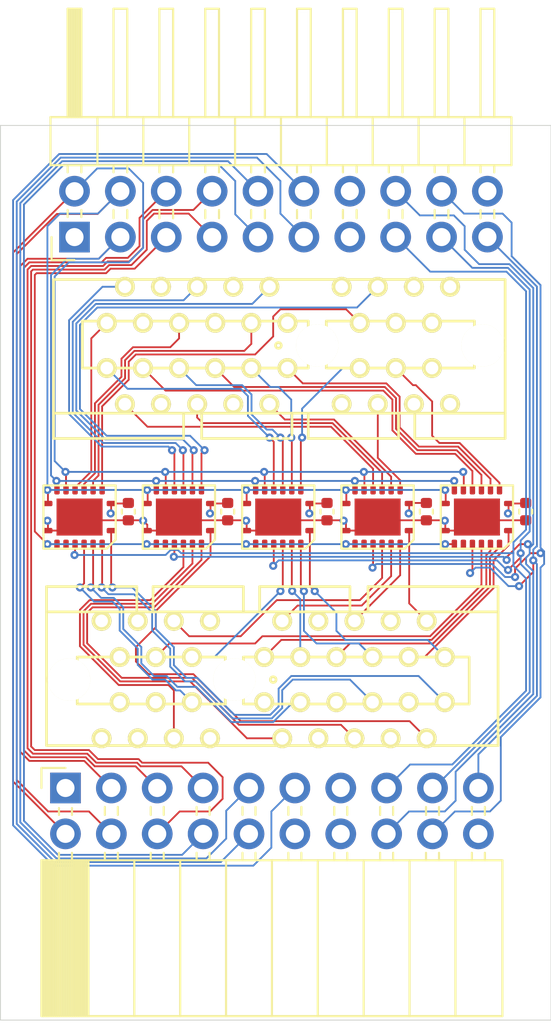
<source format=kicad_pcb>
(kicad_pcb (version 20171130) (host pcbnew 5.1.8)
  (layers (0 F.Cu signal) (1 In1.Cu signal) (2 In2.Cu signal) (31 B.Cu signal) (34 B.Paste user) (35 F.Paste user) (36 B.SilkS user) (37 F.SilkS user) (38 B.Mask user) (39 F.Mask user) (44 Edge.Cuts user))
  (net 0 "")
  (net 1 /RST)
  (net 2 /S0)
  (net 3 /S1)
  (net 4 /S2)
  (net 5 /TDI|EXT_5)
  (net 6 /TDO|SWO_5)
  (net 7 /TCK|SWDCLK_5)
  (net 8 /TMS|SWDIO_5)
  (net 9 /TDI|EXT_6)
  (net 10 /TDO|SWO_6)
  (net 11 /TDI|EXT_7)
  (net 12 /TDO|SWO_7)
  (net 13 /TDI|EXT_8)
  (net 14 /TDO|SWO_8)
  (net 15 /TCK|SWDCLK_6)
  (net 16 /TMS|SWDIO_6)
  (net 17 /TCK|SWDCLK_7)
  (net 18 /TMS|SWDIO_7)
  (net 19 /TCK|SWDCLK_8)
  (net 20 /TMS|SWDIO_8)
  (net 21 /TDI|EXT_1)
  (net 22 /TDO|SWO_1)
  (net 23 /TCK|SWDCLK_1)
  (net 24 /TMS|SWDIO_1)
  (net 25 /TDI|EXT_2)
  (net 26 /TDO|SWO_2)
  (net 27 /TDI|EXT_3)
  (net 28 /TDO|SWO_3)
  (net 29 /TDI|EXT_4)
  (net 30 /TDO|SWO_4)
  (net 31 /TCK|SWDCLK_2)
  (net 32 /TMS|SWDIO_2)
  (net 33 /TCK|SWDCLK_3)
  (net 34 /TMS|SWDIO_3)
  (net 35 /TCK|SWDCLK_4)
  (net 36 /TMS|SWDIO_4)
  (net 37 /TMS|SWDIO)
  (net 38 /TCK|SWDCLK)
  (net 39 /TDO|SWO)
  (net 40 /TDI|EXT)
  (net 41 /OE6)
  (net 42 /OE5)
  (net 43 /OE4)
  (net 44 /OE3)
  (net 45 /OE2)
  (net 46 /OE)
  (net 47 /RST_5)
  (net 48 /RST_6)
  (net 49 /RST_7)
  (net 50 /RST_8)
  (net 51 /RST_1)
  (net 52 /RST_2)
  (net 53 /RST_3)
  (net 54 /RST_4)
  (net 55 GND)
  (net 56 "Net-(J1-Pad12)")
  (net 57 /OE8)
  (net 58 /OE7)
  (net 59 "Net-(P1-PadB18)")
  (net 60 "Net-(P1-PadB17)")
  (net 61 "Net-(P1-PadB16)")
  (net 62 "Net-(P1-PadB12)")
  (net 63 "Net-(P1-PadA18)")
  (net 64 "Net-(P1-PadA17)")
  (net 65 "Net-(P1-PadB8)")
  (net 66 "Net-(P1-PadB4)")
  (net 67 "Net-(P2-PadB18)")
  (net 68 "Net-(P2-PadB17)")
  (net 69 "Net-(P2-PadB16)")
  (net 70 "Net-(P2-PadB12)")
  (net 71 "Net-(P2-PadA18)")
  (net 72 "Net-(P2-PadA17)")
  (net 73 "Net-(P2-PadB8)")
  (net 74 "Net-(P2-PadB4)")
  (net 75 "Net-(U1-Pad6)")
  (net 76 "Net-(U2-Pad6)")
  (net 77 "Net-(U3-Pad6)")
  (net 78 "Net-(U4-Pad6)")
  (net 79 "Net-(U5-Pad6)")
  (net 80 +3V3)
  (module probe-rs-hive:R-PVQFN-N16 (layer F.Cu) (at 115.28 105.5 180)
    (fp_text reference U5 hide)
    (fp_text value SN74CB3Q3251PWR hide)
    (pad 0 smd rect (at 0 0 270) (size 2.05 2.55) (layers F.Cu F.Mask) (net 55 GND))
    (pad 16 smd roundrect (at -1.75 0.75 180) (size 0.5 0.3) (layers F.Cu F.Paste F.Mask) (net 80 +3V3))
    (pad 15 smd roundrect (at -1.25 1.5 270) (size 0.5 0.3) (layers F.Cu F.Paste F.Mask) (net 47 /RST_5))
    (pad 14 smd roundrect (at -0.75 1.5 270) (size 0.5 0.3) (layers F.Cu F.Paste F.Mask) (net 48 /RST_6))
    (pad 13 smd roundrect (at -0.25 1.5 270) (size 0.5 0.3) (layers F.Cu F.Paste F.Mask) (net 49 /RST_7))
    (pad 12 smd roundrect (at 0.25 1.5 270) (size 0.5 0.3) (layers F.Cu F.Paste F.Mask) (net 50 /RST_8))
    (pad 11 smd roundrect (at 0.75 1.5 270) (size 0.5 0.3) (layers F.Cu F.Paste F.Mask) (net 2 /S0))
    (pad 10 smd roundrect (at 1.25 1.5 270) (size 0.5 0.3) (layers F.Cu F.Paste F.Mask) (net 3 /S1))
    (pad 9 smd roundrect (at 1.75 0.75 180) (size 0.5 0.3) (layers F.Cu F.Paste F.Mask) (net 4 /S2))
    (pad 8 smd roundrect (at 1.75 -0.75 180) (size 0.5 0.3) (layers F.Cu F.Paste F.Mask) (net 55 GND))
    (pad 7 smd roundrect (at 1.25 -1.5 270) (size 0.5 0.3) (layers F.Cu F.Paste F.Mask) (net 46 /OE))
    (pad 6 smd roundrect (at 0.75 -1.5 270) (size 0.5 0.3) (layers F.Cu F.Paste F.Mask) (net 79 "Net-(U5-Pad6)"))
    (pad 5 smd roundrect (at 0.25 -1.5 270) (size 0.5 0.3) (layers F.Cu F.Paste F.Mask) (net 1 /RST))
    (pad 4 smd roundrect (at -0.25 -1.5 270) (size 0.5 0.3) (layers F.Cu F.Paste F.Mask) (net 51 /RST_1))
    (pad 3 smd roundrect (at -0.75 -1.5 270) (size 0.5 0.3) (layers F.Cu F.Paste F.Mask) (net 52 /RST_2))
    (pad 2 smd roundrect (at -1.25 -1.5 270) (size 0.5 0.3) (layers F.Cu F.Paste F.Mask) (net 53 /RST_3))
    (pad 1 smd roundrect (at -1.75 -0.75 180) (size 0.5 0.3) (layers F.Cu F.Paste F.Mask) (net 54 /RST_4))
  )
  (module probe-rs-hive:R-PVQFN-N16 (layer F.Cu) (at 109.78 105.5 180)
    (fp_text reference U4 hide)
    (fp_text value SN74CB3Q3251PWR hide)
    (pad 0 smd rect (at 0 0 270) (size 2.05 2.55) (layers F.Cu F.Mask) (net 55 GND))
    (pad 16 smd roundrect (at -1.75 0.75 180) (size 0.5 0.3) (layers F.Cu F.Paste F.Mask) (net 80 +3V3))
    (pad 15 smd roundrect (at -1.25 1.5 270) (size 0.5 0.3) (layers F.Cu F.Paste F.Mask) (net 5 /TDI|EXT_5))
    (pad 14 smd roundrect (at -0.75 1.5 270) (size 0.5 0.3) (layers F.Cu F.Paste F.Mask) (net 9 /TDI|EXT_6))
    (pad 13 smd roundrect (at -0.25 1.5 270) (size 0.5 0.3) (layers F.Cu F.Paste F.Mask) (net 11 /TDI|EXT_7))
    (pad 12 smd roundrect (at 0.25 1.5 270) (size 0.5 0.3) (layers F.Cu F.Paste F.Mask) (net 13 /TDI|EXT_8))
    (pad 11 smd roundrect (at 0.75 1.5 270) (size 0.5 0.3) (layers F.Cu F.Paste F.Mask) (net 2 /S0))
    (pad 10 smd roundrect (at 1.25 1.5 270) (size 0.5 0.3) (layers F.Cu F.Paste F.Mask) (net 3 /S1))
    (pad 9 smd roundrect (at 1.75 0.75 180) (size 0.5 0.3) (layers F.Cu F.Paste F.Mask) (net 4 /S2))
    (pad 8 smd roundrect (at 1.75 -0.75 180) (size 0.5 0.3) (layers F.Cu F.Paste F.Mask) (net 55 GND))
    (pad 7 smd roundrect (at 1.25 -1.5 270) (size 0.5 0.3) (layers F.Cu F.Paste F.Mask) (net 46 /OE))
    (pad 6 smd roundrect (at 0.75 -1.5 270) (size 0.5 0.3) (layers F.Cu F.Paste F.Mask) (net 78 "Net-(U4-Pad6)"))
    (pad 5 smd roundrect (at 0.25 -1.5 270) (size 0.5 0.3) (layers F.Cu F.Paste F.Mask) (net 40 /TDI|EXT))
    (pad 4 smd roundrect (at -0.25 -1.5 270) (size 0.5 0.3) (layers F.Cu F.Paste F.Mask) (net 21 /TDI|EXT_1))
    (pad 3 smd roundrect (at -0.75 -1.5 270) (size 0.5 0.3) (layers F.Cu F.Paste F.Mask) (net 25 /TDI|EXT_2))
    (pad 2 smd roundrect (at -1.25 -1.5 270) (size 0.5 0.3) (layers F.Cu F.Paste F.Mask) (net 27 /TDI|EXT_3))
    (pad 1 smd roundrect (at -1.75 -0.75 180) (size 0.5 0.3) (layers F.Cu F.Paste F.Mask) (net 29 /TDI|EXT_4))
  )
  (module probe-rs-hive:R-PVQFN-N16 (layer F.Cu) (at 104.28 105.5 180)
    (fp_text reference U3 hide)
    (fp_text value SN74CB3Q3251PWR hide)
    (pad 0 smd rect (at 0 0 270) (size 2.05 2.55) (layers F.Cu F.Mask) (net 55 GND))
    (pad 16 smd roundrect (at -1.75 0.75 180) (size 0.5 0.3) (layers F.Cu F.Paste F.Mask) (net 80 +3V3))
    (pad 15 smd roundrect (at -1.25 1.5 270) (size 0.5 0.3) (layers F.Cu F.Paste F.Mask) (net 6 /TDO|SWO_5))
    (pad 14 smd roundrect (at -0.75 1.5 270) (size 0.5 0.3) (layers F.Cu F.Paste F.Mask) (net 10 /TDO|SWO_6))
    (pad 13 smd roundrect (at -0.25 1.5 270) (size 0.5 0.3) (layers F.Cu F.Paste F.Mask) (net 12 /TDO|SWO_7))
    (pad 12 smd roundrect (at 0.25 1.5 270) (size 0.5 0.3) (layers F.Cu F.Paste F.Mask) (net 14 /TDO|SWO_8))
    (pad 11 smd roundrect (at 0.75 1.5 270) (size 0.5 0.3) (layers F.Cu F.Paste F.Mask) (net 2 /S0))
    (pad 10 smd roundrect (at 1.25 1.5 270) (size 0.5 0.3) (layers F.Cu F.Paste F.Mask) (net 3 /S1))
    (pad 9 smd roundrect (at 1.75 0.75 180) (size 0.5 0.3) (layers F.Cu F.Paste F.Mask) (net 4 /S2))
    (pad 8 smd roundrect (at 1.75 -0.75 180) (size 0.5 0.3) (layers F.Cu F.Paste F.Mask) (net 55 GND))
    (pad 7 smd roundrect (at 1.25 -1.5 270) (size 0.5 0.3) (layers F.Cu F.Paste F.Mask) (net 46 /OE))
    (pad 6 smd roundrect (at 0.75 -1.5 270) (size 0.5 0.3) (layers F.Cu F.Paste F.Mask) (net 77 "Net-(U3-Pad6)"))
    (pad 5 smd roundrect (at 0.25 -1.5 270) (size 0.5 0.3) (layers F.Cu F.Paste F.Mask) (net 39 /TDO|SWO))
    (pad 4 smd roundrect (at -0.25 -1.5 270) (size 0.5 0.3) (layers F.Cu F.Paste F.Mask) (net 22 /TDO|SWO_1))
    (pad 3 smd roundrect (at -0.75 -1.5 270) (size 0.5 0.3) (layers F.Cu F.Paste F.Mask) (net 26 /TDO|SWO_2))
    (pad 2 smd roundrect (at -1.25 -1.5 270) (size 0.5 0.3) (layers F.Cu F.Paste F.Mask) (net 28 /TDO|SWO_3))
    (pad 1 smd roundrect (at -1.75 -0.75 180) (size 0.5 0.3) (layers F.Cu F.Paste F.Mask) (net 30 /TDO|SWO_4))
  )
  (module probe-rs-hive:R-PVQFN-N16 (layer F.Cu) (at 98.78 105.5 180)
    (fp_text reference U2 hide)
    (fp_text value SN74CB3Q3251PWR hide)
    (pad 0 smd rect (at 0 0 270) (size 2.05 2.55) (layers F.Cu F.Mask) (net 55 GND))
    (pad 16 smd roundrect (at -1.75 0.75 180) (size 0.5 0.3) (layers F.Cu F.Paste F.Mask) (net 80 +3V3))
    (pad 15 smd roundrect (at -1.25 1.5 270) (size 0.5 0.3) (layers F.Cu F.Paste F.Mask) (net 7 /TCK|SWDCLK_5))
    (pad 14 smd roundrect (at -0.75 1.5 270) (size 0.5 0.3) (layers F.Cu F.Paste F.Mask) (net 15 /TCK|SWDCLK_6))
    (pad 13 smd roundrect (at -0.25 1.5 270) (size 0.5 0.3) (layers F.Cu F.Paste F.Mask) (net 17 /TCK|SWDCLK_7))
    (pad 12 smd roundrect (at 0.25 1.5 270) (size 0.5 0.3) (layers F.Cu F.Paste F.Mask) (net 19 /TCK|SWDCLK_8))
    (pad 11 smd roundrect (at 0.75 1.5 270) (size 0.5 0.3) (layers F.Cu F.Paste F.Mask) (net 2 /S0))
    (pad 10 smd roundrect (at 1.25 1.5 270) (size 0.5 0.3) (layers F.Cu F.Paste F.Mask) (net 3 /S1))
    (pad 9 smd roundrect (at 1.75 0.75 180) (size 0.5 0.3) (layers F.Cu F.Paste F.Mask) (net 4 /S2))
    (pad 8 smd roundrect (at 1.75 -0.75 180) (size 0.5 0.3) (layers F.Cu F.Paste F.Mask) (net 55 GND))
    (pad 7 smd roundrect (at 1.25 -1.5 270) (size 0.5 0.3) (layers F.Cu F.Paste F.Mask) (net 46 /OE))
    (pad 6 smd roundrect (at 0.75 -1.5 270) (size 0.5 0.3) (layers F.Cu F.Paste F.Mask) (net 76 "Net-(U2-Pad6)"))
    (pad 5 smd roundrect (at 0.25 -1.5 270) (size 0.5 0.3) (layers F.Cu F.Paste F.Mask) (net 38 /TCK|SWDCLK))
    (pad 4 smd roundrect (at -0.25 -1.5 270) (size 0.5 0.3) (layers F.Cu F.Paste F.Mask) (net 23 /TCK|SWDCLK_1))
    (pad 3 smd roundrect (at -0.75 -1.5 270) (size 0.5 0.3) (layers F.Cu F.Paste F.Mask) (net 31 /TCK|SWDCLK_2))
    (pad 2 smd roundrect (at -1.25 -1.5 270) (size 0.5 0.3) (layers F.Cu F.Paste F.Mask) (net 33 /TCK|SWDCLK_3))
    (pad 1 smd roundrect (at -1.75 -0.75 180) (size 0.5 0.3) (layers F.Cu F.Paste F.Mask) (net 35 /TCK|SWDCLK_4))
  )
  (module probe-rs-hive:R-PVQFN-N16 (layer F.Cu) (at 93.28 105.5 180)
    (fp_text reference U1 hide)
    (fp_text value SN74CB3Q3251PWR hide)
    (pad 0 smd rect (at 0 0 270) (size 2.05 2.55) (layers F.Cu F.Mask) (net 55 GND))
    (pad 16 smd roundrect (at -1.75 0.75 180) (size 0.5 0.3) (layers F.Cu F.Paste F.Mask) (net 80 +3V3))
    (pad 15 smd roundrect (at -1.25 1.5 270) (size 0.5 0.3) (layers F.Cu F.Paste F.Mask) (net 8 /TMS|SWDIO_5))
    (pad 14 smd roundrect (at -0.75 1.5 270) (size 0.5 0.3) (layers F.Cu F.Paste F.Mask) (net 16 /TMS|SWDIO_6))
    (pad 13 smd roundrect (at -0.25 1.5 270) (size 0.5 0.3) (layers F.Cu F.Paste F.Mask) (net 18 /TMS|SWDIO_7))
    (pad 12 smd roundrect (at 0.25 1.5 270) (size 0.5 0.3) (layers F.Cu F.Paste F.Mask) (net 20 /TMS|SWDIO_8))
    (pad 11 smd roundrect (at 0.75 1.5 270) (size 0.5 0.3) (layers F.Cu F.Paste F.Mask) (net 2 /S0))
    (pad 10 smd roundrect (at 1.25 1.5 270) (size 0.5 0.3) (layers F.Cu F.Paste F.Mask) (net 3 /S1))
    (pad 9 smd roundrect (at 1.75 0.75 180) (size 0.5 0.3) (layers F.Cu F.Paste F.Mask) (net 4 /S2))
    (pad 8 smd roundrect (at 1.75 -0.75 180) (size 0.5 0.3) (layers F.Cu F.Paste F.Mask) (net 55 GND))
    (pad 7 smd roundrect (at 1.25 -1.5 270) (size 0.5 0.3) (layers F.Cu F.Paste F.Mask) (net 46 /OE))
    (pad 6 smd roundrect (at 0.75 -1.5 270) (size 0.5 0.3) (layers F.Cu F.Paste F.Mask) (net 75 "Net-(U1-Pad6)"))
    (pad 5 smd roundrect (at 0.25 -1.5 270) (size 0.5 0.3) (layers F.Cu F.Paste F.Mask) (net 37 /TMS|SWDIO))
    (pad 4 smd roundrect (at -0.25 -1.5 270) (size 0.5 0.3) (layers F.Cu F.Paste F.Mask) (net 24 /TMS|SWDIO_1))
    (pad 3 smd roundrect (at -0.75 -1.5 270) (size 0.5 0.3) (layers F.Cu F.Paste F.Mask) (net 32 /TMS|SWDIO_2))
    (pad 2 smd roundrect (at -1.25 -1.5 270) (size 0.5 0.3) (layers F.Cu F.Paste F.Mask) (net 34 /TMS|SWDIO_3))
    (pad 1 smd roundrect (at -1.75 -0.75 180) (size 0.5 0.3) (layers F.Cu F.Paste F.Mask) (net 36 /TMS|SWDIO_4))
  )
  (module Connector_PinHeader_2.54mm:PinHeader_2x10_P2.54mm_Horizontal (layer F.Cu) (at 93 90 90)
    (fp_text reference J2 hide)
    (fp_text value Conn_01x18_Male hide)
    (pad 20 thru_hole oval (at 2.54 22.86 90) (size 1.7 1.7) (drill 1) (layers *.Cu *.Mask) (net 55 GND))
    (pad 19 thru_hole oval (at 0 22.86 90) (size 1.7 1.7) (drill 1) (layers *.Cu *.Mask) (net 1 /RST))
    (pad 18 thru_hole oval (at 2.54 20.32 90) (size 1.7 1.7) (drill 1) (layers *.Cu *.Mask) (net 40 /TDI|EXT))
    (pad 17 thru_hole oval (at 0 20.32 90) (size 1.7 1.7) (drill 1) (layers *.Cu *.Mask) (net 39 /TDO|SWO))
    (pad 16 thru_hole oval (at 2.54 17.78 90) (size 1.7 1.7) (drill 1) (layers *.Cu *.Mask) (net 38 /TCK|SWDCLK))
    (pad 15 thru_hole oval (at 0 17.78 90) (size 1.7 1.7) (drill 1) (layers *.Cu *.Mask) (net 37 /TMS|SWDIO))
    (pad 14 thru_hole oval (at 2.54 15.24 90) (size 1.7 1.7) (drill 1) (layers *.Cu *.Mask) (net 55 GND))
    (pad 13 thru_hole oval (at 0 15.24 90) (size 1.7 1.7) (drill 1) (layers *.Cu *.Mask) (net 55 GND))
    (pad 12 thru_hole oval (at 2.54 12.7 90) (size 1.7 1.7) (drill 1) (layers *.Cu *.Mask) (net 57 /OE8))
    (pad 11 thru_hole oval (at 0 12.7 90) (size 1.7 1.7) (drill 1) (layers *.Cu *.Mask) (net 58 /OE7))
    (pad 10 thru_hole oval (at 2.54 10.16 90) (size 1.7 1.7) (drill 1) (layers *.Cu *.Mask) (net 41 /OE6))
    (pad 9 thru_hole oval (at 0 10.16 90) (size 1.7 1.7) (drill 1) (layers *.Cu *.Mask) (net 42 /OE5))
    (pad 8 thru_hole oval (at 2.54 7.62 90) (size 1.7 1.7) (drill 1) (layers *.Cu *.Mask) (net 43 /OE4))
    (pad 7 thru_hole oval (at 0 7.62 90) (size 1.7 1.7) (drill 1) (layers *.Cu *.Mask) (net 44 /OE3))
    (pad 6 thru_hole oval (at 2.54 5.08 90) (size 1.7 1.7) (drill 1) (layers *.Cu *.Mask) (net 45 /OE2))
    (pad 5 thru_hole oval (at 0 5.08 90) (size 1.7 1.7) (drill 1) (layers *.Cu *.Mask) (net 46 /OE))
    (pad 4 thru_hole oval (at 2.54 2.54 90) (size 1.7 1.7) (drill 1) (layers *.Cu *.Mask) (net 4 /S2))
    (pad 3 thru_hole oval (at 0 2.54 90) (size 1.7 1.7) (drill 1) (layers *.Cu *.Mask) (net 3 /S1))
    (pad 2 thru_hole oval (at 2.54 0 90) (size 1.7 1.7) (drill 1) (layers *.Cu *.Mask) (net 2 /S0))
    (pad 1 thru_hole rect (at 0 0 90) (size 1.7 1.7) (drill 1) (layers *.Cu *.Mask) (net 80 +3V3))
  )
  (module Connector_PinSocket_2.54mm:PinSocket_2x10_P2.54mm_Horizontal (layer F.Cu) (at 92.5 120.5 90)
    (fp_text reference J1 hide)
    (fp_text value Conn_01x18_Female hide)
    (pad 20 thru_hole oval (at -2.54 22.86 90) (size 1.7 1.7) (drill 1) (layers *.Cu *.Mask) (net 55 GND))
    (pad 19 thru_hole oval (at 0 22.86 90) (size 1.7 1.7) (drill 1) (layers *.Cu *.Mask) (net 1 /RST))
    (pad 18 thru_hole oval (at -2.54 20.32 90) (size 1.7 1.7) (drill 1) (layers *.Cu *.Mask) (net 40 /TDI|EXT))
    (pad 17 thru_hole oval (at 0 20.32 90) (size 1.7 1.7) (drill 1) (layers *.Cu *.Mask) (net 39 /TDO|SWO))
    (pad 16 thru_hole oval (at -2.54 17.78 90) (size 1.7 1.7) (drill 1) (layers *.Cu *.Mask) (net 38 /TCK|SWDCLK))
    (pad 15 thru_hole oval (at 0 17.78 90) (size 1.7 1.7) (drill 1) (layers *.Cu *.Mask) (net 37 /TMS|SWDIO))
    (pad 14 thru_hole oval (at -2.54 15.24 90) (size 1.7 1.7) (drill 1) (layers *.Cu *.Mask) (net 55 GND))
    (pad 13 thru_hole oval (at 0 15.24 90) (size 1.7 1.7) (drill 1) (layers *.Cu *.Mask) (net 55 GND))
    (pad 12 thru_hole oval (at -2.54 12.7 90) (size 1.7 1.7) (drill 1) (layers *.Cu *.Mask) (net 56 "Net-(J1-Pad12)"))
    (pad 11 thru_hole oval (at 0 12.7 90) (size 1.7 1.7) (drill 1) (layers *.Cu *.Mask) (net 57 /OE8))
    (pad 10 thru_hole oval (at -2.54 10.16 90) (size 1.7 1.7) (drill 1) (layers *.Cu *.Mask) (net 58 /OE7))
    (pad 9 thru_hole oval (at 0 10.16 90) (size 1.7 1.7) (drill 1) (layers *.Cu *.Mask) (net 41 /OE6))
    (pad 8 thru_hole oval (at -2.54 7.62 90) (size 1.7 1.7) (drill 1) (layers *.Cu *.Mask) (net 42 /OE5))
    (pad 7 thru_hole oval (at 0 7.62 90) (size 1.7 1.7) (drill 1) (layers *.Cu *.Mask) (net 43 /OE4))
    (pad 6 thru_hole oval (at -2.54 5.08 90) (size 1.7 1.7) (drill 1) (layers *.Cu *.Mask) (net 44 /OE3))
    (pad 5 thru_hole oval (at 0 5.08 90) (size 1.7 1.7) (drill 1) (layers *.Cu *.Mask) (net 45 /OE2))
    (pad 4 thru_hole oval (at -2.54 2.54 90) (size 1.7 1.7) (drill 1) (layers *.Cu *.Mask) (net 4 /S2))
    (pad 3 thru_hole oval (at 0 2.54 90) (size 1.7 1.7) (drill 1) (layers *.Cu *.Mask) (net 3 /S1))
    (pad 2 thru_hole oval (at -2.54 0 90) (size 1.7 1.7) (drill 1) (layers *.Cu *.Mask) (net 2 /S0))
    (pad 1 thru_hole rect (at 0 0 90) (size 1.7 1.7) (drill 1) (layers *.Cu *.Mask) (net 80 +3V3))
  )
  (module Capacitor_SMD:C_0402_1005Metric (layer F.Cu) (at 95.98 105.2 270)
    (fp_text reference C5 hide)
    (fp_text value C_Small hide)
    (pad 2 smd roundrect (at 0.48 0 270) (size 0.56 0.62) (layers F.Cu F.Paste F.Mask) (net 55 GND))
    (pad 1 smd roundrect (at -0.48 0 270) (size 0.56 0.62) (layers F.Cu F.Paste F.Mask) (net 80 +3V3))
  )
  (module Capacitor_SMD:C_0402_1005Metric (layer F.Cu) (at 101.48 105.2 270)
    (fp_text reference C4 hide)
    (fp_text value C_Small hide)
    (pad 2 smd roundrect (at 0.48 0 270) (size 0.56 0.62) (layers F.Cu F.Paste F.Mask) (net 55 GND))
    (pad 1 smd roundrect (at -0.48 0 270) (size 0.56 0.62) (layers F.Cu F.Paste F.Mask) (net 80 +3V3))
  )
  (module Capacitor_SMD:C_0402_1005Metric (layer F.Cu) (at 106.98 105.2 270)
    (fp_text reference C3 hide)
    (fp_text value C_Small hide)
    (pad 2 smd roundrect (at 0.48 0 270) (size 0.56 0.62) (layers F.Cu F.Paste F.Mask) (net 55 GND))
    (pad 1 smd roundrect (at -0.48 0 270) (size 0.56 0.62) (layers F.Cu F.Paste F.Mask) (net 80 +3V3))
  )
  (module Capacitor_SMD:C_0402_1005Metric (layer F.Cu) (at 112.48 105.2 270)
    (fp_text reference C2 hide)
    (fp_text value C_Small hide)
    (pad 2 smd roundrect (at 0.48 0 270) (size 0.56 0.62) (layers F.Cu F.Paste F.Mask) (net 55 GND))
    (pad 1 smd roundrect (at -0.48 0 270) (size 0.56 0.62) (layers F.Cu F.Paste F.Mask) (net 80 +3V3))
  )
  (module Capacitor_SMD:C_0402_1005Metric (layer F.Cu) (at 117.98 105.2 270)
    (fp_text reference C1 hide)
    (fp_text value C_Small hide)
    (pad 2 smd roundrect (at 0.48 0 270) (size 0.56 0.62) (layers F.Cu F.Paste F.Mask) (net 55 GND))
    (pad 1 smd roundrect (at -0.48 0 270) (size 0.56 0.62) (layers F.Cu F.Paste F.Mask) (net 80 +3V3))
  )
  (module probe-rs-hive:10018784-10200TLF (layer F.Cu) (at 104.29 96)
    (fp_text reference P1 hide)
    (fp_text value PCIEX1_02X18 hide)
    (pad "" np_thru_hole circle (at 11.3 0) (size 2.35 2.35) (drill 2.35) (layers *.Cu *.Mask F.SilkS))
    (pad "" np_thru_hole circle (at 2.15 0) (size 2.35 2.35) (drill 2.35) (layers *.Cu *.Mask F.SilkS))
    (pad B18 thru_hole circle (at 9.5 3.25) (size 1.1 1.1) (drill 0.7) (layers *.Cu *.Mask F.SilkS) (net 59 "Net-(P1-PadB18)"))
    (pad B17 thru_hole circle (at 8.5 1.25) (size 1.1 1.1) (drill 0.7) (layers *.Cu *.Mask F.SilkS) (net 60 "Net-(P1-PadB17)"))
    (pad B16 thru_hole circle (at 7.5 3.25) (size 1.1 1.1) (drill 0.7) (layers *.Cu *.Mask F.SilkS) (net 61 "Net-(P1-PadB16)"))
    (pad B15 thru_hole circle (at 6.5 1.25) (size 1.1 1.1) (drill 0.7) (layers *.Cu *.Mask F.SilkS) (net 47 /RST_5))
    (pad B14 thru_hole circle (at 5.5 3.25) (size 1.1 1.1) (drill 0.7) (layers *.Cu *.Mask F.SilkS) (net 5 /TDI|EXT_5))
    (pad B13 thru_hole circle (at 4.5 1.25) (size 1.1 1.1) (drill 0.7) (layers *.Cu *.Mask F.SilkS) (net 6 /TDO|SWO_5))
    (pad B12 thru_hole circle (at 3.5 3.25) (size 1.1 1.1) (drill 0.7) (layers *.Cu *.Mask F.SilkS) (net 62 "Net-(P1-PadB12)"))
    (pad A18 thru_hole circle (at 9.5 -3.25) (size 1.1 1.1) (drill 0.7) (layers *.Cu *.Mask F.SilkS) (net 63 "Net-(P1-PadA18)"))
    (pad A17 thru_hole circle (at 8.5 -1.25) (size 1.1 1.1) (drill 0.7) (layers *.Cu *.Mask F.SilkS) (net 64 "Net-(P1-PadA17)"))
    (pad A16 thru_hole circle (at 7.5 -3.25) (size 1.1 1.1) (drill 0.7) (layers *.Cu *.Mask F.SilkS) (net 55 GND))
    (pad A15 thru_hole circle (at 6.5 -1.25) (size 1.1 1.1) (drill 0.7) (layers *.Cu *.Mask F.SilkS) (net 80 +3V3))
    (pad A14 thru_hole circle (at 5.5 -3.25) (size 1.1 1.1) (drill 0.7) (layers *.Cu *.Mask F.SilkS) (net 7 /TCK|SWDCLK_5))
    (pad A13 thru_hole circle (at 4.5 -1.25) (size 1.1 1.1) (drill 0.7) (layers *.Cu *.Mask F.SilkS) (net 8 /TMS|SWDIO_5))
    (pad A12 thru_hole circle (at 3.5 -3.25) (size 1.1 1.1) (drill 0.7) (layers *.Cu *.Mask F.SilkS) (net 55 GND))
    (pad A11 thru_hole circle (at 0.5 -1.25) (size 1.1 1.1) (drill 0.7) (layers *.Cu *.Mask F.SilkS) (net 80 +3V3))
    (pad B11 thru_hole circle (at 0.5 1.25) (size 1.1 1.1) (drill 0.7) (layers *.Cu *.Mask F.SilkS) (net 48 /RST_6))
    (pad B10 thru_hole circle (at -0.5 3.25) (size 1.1 1.1) (drill 0.7) (layers *.Cu *.Mask F.SilkS) (net 9 /TDI|EXT_6))
    (pad B9 thru_hole circle (at -1.5 1.25) (size 1.1 1.1) (drill 0.7) (layers *.Cu *.Mask F.SilkS) (net 10 /TDO|SWO_6))
    (pad B8 thru_hole circle (at -2.5 3.25) (size 1.1 1.1) (drill 0.7) (layers *.Cu *.Mask F.SilkS) (net 65 "Net-(P1-PadB8)"))
    (pad B7 thru_hole circle (at -3.5 1.25) (size 1.1 1.1) (drill 0.7) (layers *.Cu *.Mask F.SilkS) (net 49 /RST_7))
    (pad B6 thru_hole circle (at -4.5 3.25) (size 1.1 1.1) (drill 0.7) (layers *.Cu *.Mask F.SilkS) (net 11 /TDI|EXT_7))
    (pad B5 thru_hole circle (at -5.5 1.25) (size 1.1 1.1) (drill 0.7) (layers *.Cu *.Mask F.SilkS) (net 12 /TDO|SWO_7))
    (pad B4 thru_hole circle (at -6.5 3.25) (size 1.1 1.1) (drill 0.7) (layers *.Cu *.Mask F.SilkS) (net 66 "Net-(P1-PadB4)"))
    (pad B3 thru_hole circle (at -7.5 1.25) (size 1.1 1.1) (drill 0.7) (layers *.Cu *.Mask F.SilkS) (net 50 /RST_8))
    (pad B2 thru_hole circle (at -8.5 3.25) (size 1.1 1.1) (drill 0.7) (layers *.Cu *.Mask F.SilkS) (net 13 /TDI|EXT_8))
    (pad B1 thru_hole circle (at -9.5 1.25) (size 1.1 1.1) (drill 0.7) (layers *.Cu *.Mask F.SilkS) (net 14 /TDO|SWO_8))
    (pad A10 thru_hole circle (at -0.5 -3.25) (size 1.1 1.1) (drill 0.7) (layers *.Cu *.Mask F.SilkS) (net 15 /TCK|SWDCLK_6))
    (pad A9 thru_hole circle (at -1.5 -1.25) (size 1.1 1.1) (drill 0.7) (layers *.Cu *.Mask F.SilkS) (net 16 /TMS|SWDIO_6))
    (pad A8 thru_hole circle (at -2.5 -3.25) (size 1.1 1.1) (drill 0.7) (layers *.Cu *.Mask F.SilkS) (net 55 GND))
    (pad A7 thru_hole circle (at -3.5 -1.25) (size 1.1 1.1) (drill 0.7) (layers *.Cu *.Mask F.SilkS) (net 80 +3V3))
    (pad A6 thru_hole circle (at -4.5 -3.25) (size 1.1 1.1) (drill 0.7) (layers *.Cu *.Mask F.SilkS) (net 17 /TCK|SWDCLK_7))
    (pad A5 thru_hole circle (at -5.5 -1.25) (size 1.1 1.1) (drill 0.7) (layers *.Cu *.Mask F.SilkS) (net 18 /TMS|SWDIO_7))
    (pad A4 thru_hole circle (at -6.5 -3.25) (size 1.1 1.1) (drill 0.7) (layers *.Cu *.Mask F.SilkS) (net 55 GND))
    (pad A3 thru_hole circle (at -7.5 -1.25) (size 1.1 1.1) (drill 0.7) (layers *.Cu *.Mask F.SilkS) (net 80 +3V3))
    (pad A2 thru_hole circle (at -8.5 -3.25) (size 1.1 1.1) (drill 0.7) (layers *.Cu *.Mask F.SilkS) (net 19 /TCK|SWDCLK_8))
    (pad A1 thru_hole circle (at -9.5 -1.25) (size 1.1 1.1) (drill 0.7) (layers *.Cu *.Mask F.SilkS) (net 20 /TMS|SWDIO_8))
  )
  (module probe-rs-hive:10018784-10200TLF (layer F.Cu) (at 104 114.5 180)
    (fp_text reference P2 hide)
    (fp_text value PCIEX1_02X18 hide)
    (pad "" np_thru_hole circle (at 11.3 0 180) (size 2.35 2.35) (drill 2.35) (layers *.Cu *.Mask F.SilkS))
    (pad "" np_thru_hole circle (at 2.15 0 180) (size 2.35 2.35) (drill 2.35) (layers *.Cu *.Mask F.SilkS))
    (pad B18 thru_hole circle (at 9.5 3.25 180) (size 1.1 1.1) (drill 0.7) (layers *.Cu *.Mask F.SilkS) (net 67 "Net-(P2-PadB18)"))
    (pad B17 thru_hole circle (at 8.5 1.25 180) (size 1.1 1.1) (drill 0.7) (layers *.Cu *.Mask F.SilkS) (net 68 "Net-(P2-PadB17)"))
    (pad B16 thru_hole circle (at 7.5 3.25 180) (size 1.1 1.1) (drill 0.7) (layers *.Cu *.Mask F.SilkS) (net 69 "Net-(P2-PadB16)"))
    (pad B15 thru_hole circle (at 6.5 1.25 180) (size 1.1 1.1) (drill 0.7) (layers *.Cu *.Mask F.SilkS) (net 51 /RST_1))
    (pad B14 thru_hole circle (at 5.5 3.25 180) (size 1.1 1.1) (drill 0.7) (layers *.Cu *.Mask F.SilkS) (net 21 /TDI|EXT_1))
    (pad B13 thru_hole circle (at 4.5 1.25 180) (size 1.1 1.1) (drill 0.7) (layers *.Cu *.Mask F.SilkS) (net 22 /TDO|SWO_1))
    (pad B12 thru_hole circle (at 3.5 3.25 180) (size 1.1 1.1) (drill 0.7) (layers *.Cu *.Mask F.SilkS) (net 70 "Net-(P2-PadB12)"))
    (pad A18 thru_hole circle (at 9.5 -3.25 180) (size 1.1 1.1) (drill 0.7) (layers *.Cu *.Mask F.SilkS) (net 71 "Net-(P2-PadA18)"))
    (pad A17 thru_hole circle (at 8.5 -1.25 180) (size 1.1 1.1) (drill 0.7) (layers *.Cu *.Mask F.SilkS) (net 72 "Net-(P2-PadA17)"))
    (pad A16 thru_hole circle (at 7.5 -3.25 180) (size 1.1 1.1) (drill 0.7) (layers *.Cu *.Mask F.SilkS) (net 55 GND))
    (pad A15 thru_hole circle (at 6.5 -1.25 180) (size 1.1 1.1) (drill 0.7) (layers *.Cu *.Mask F.SilkS) (net 80 +3V3))
    (pad A14 thru_hole circle (at 5.5 -3.25 180) (size 1.1 1.1) (drill 0.7) (layers *.Cu *.Mask F.SilkS) (net 23 /TCK|SWDCLK_1))
    (pad A13 thru_hole circle (at 4.5 -1.25 180) (size 1.1 1.1) (drill 0.7) (layers *.Cu *.Mask F.SilkS) (net 24 /TMS|SWDIO_1))
    (pad A12 thru_hole circle (at 3.5 -3.25 180) (size 1.1 1.1) (drill 0.7) (layers *.Cu *.Mask F.SilkS) (net 55 GND))
    (pad A11 thru_hole circle (at 0.5 -1.25 180) (size 1.1 1.1) (drill 0.7) (layers *.Cu *.Mask F.SilkS) (net 80 +3V3))
    (pad B11 thru_hole circle (at 0.5 1.25 180) (size 1.1 1.1) (drill 0.7) (layers *.Cu *.Mask F.SilkS) (net 52 /RST_2))
    (pad B10 thru_hole circle (at -0.5 3.25 180) (size 1.1 1.1) (drill 0.7) (layers *.Cu *.Mask F.SilkS) (net 25 /TDI|EXT_2))
    (pad B9 thru_hole circle (at -1.5 1.25 180) (size 1.1 1.1) (drill 0.7) (layers *.Cu *.Mask F.SilkS) (net 26 /TDO|SWO_2))
    (pad B8 thru_hole circle (at -2.5 3.25 180) (size 1.1 1.1) (drill 0.7) (layers *.Cu *.Mask F.SilkS) (net 73 "Net-(P2-PadB8)"))
    (pad B7 thru_hole circle (at -3.5 1.25 180) (size 1.1 1.1) (drill 0.7) (layers *.Cu *.Mask F.SilkS) (net 53 /RST_3))
    (pad B6 thru_hole circle (at -4.5 3.25 180) (size 1.1 1.1) (drill 0.7) (layers *.Cu *.Mask F.SilkS) (net 27 /TDI|EXT_3))
    (pad B5 thru_hole circle (at -5.5 1.25 180) (size 1.1 1.1) (drill 0.7) (layers *.Cu *.Mask F.SilkS) (net 28 /TDO|SWO_3))
    (pad B4 thru_hole circle (at -6.5 3.25 180) (size 1.1 1.1) (drill 0.7) (layers *.Cu *.Mask F.SilkS) (net 74 "Net-(P2-PadB4)"))
    (pad B3 thru_hole circle (at -7.5 1.25 180) (size 1.1 1.1) (drill 0.7) (layers *.Cu *.Mask F.SilkS) (net 54 /RST_4))
    (pad B2 thru_hole circle (at -8.5 3.25 180) (size 1.1 1.1) (drill 0.7) (layers *.Cu *.Mask F.SilkS) (net 29 /TDI|EXT_4))
    (pad B1 thru_hole circle (at -9.5 1.25 180) (size 1.1 1.1) (drill 0.7) (layers *.Cu *.Mask F.SilkS) (net 30 /TDO|SWO_4))
    (pad A10 thru_hole circle (at -0.5 -3.25 180) (size 1.1 1.1) (drill 0.7) (layers *.Cu *.Mask F.SilkS) (net 31 /TCK|SWDCLK_2))
    (pad A9 thru_hole circle (at -1.5 -1.25 180) (size 1.1 1.1) (drill 0.7) (layers *.Cu *.Mask F.SilkS) (net 32 /TMS|SWDIO_2))
    (pad A8 thru_hole circle (at -2.5 -3.25 180) (size 1.1 1.1) (drill 0.7) (layers *.Cu *.Mask F.SilkS) (net 55 GND))
    (pad A7 thru_hole circle (at -3.5 -1.25 180) (size 1.1 1.1) (drill 0.7) (layers *.Cu *.Mask F.SilkS) (net 80 +3V3))
    (pad A6 thru_hole circle (at -4.5 -3.25 180) (size 1.1 1.1) (drill 0.7) (layers *.Cu *.Mask F.SilkS) (net 33 /TCK|SWDCLK_3))
    (pad A5 thru_hole circle (at -5.5 -1.25 180) (size 1.1 1.1) (drill 0.7) (layers *.Cu *.Mask F.SilkS) (net 34 /TMS|SWDIO_3))
    (pad A4 thru_hole circle (at -6.5 -3.25 180) (size 1.1 1.1) (drill 0.7) (layers *.Cu *.Mask F.SilkS) (net 55 GND))
    (pad A3 thru_hole circle (at -7.5 -1.25 180) (size 1.1 1.1) (drill 0.7) (layers *.Cu *.Mask F.SilkS) (net 80 +3V3))
    (pad A2 thru_hole circle (at -8.5 -3.25 180) (size 1.1 1.1) (drill 0.7) (layers *.Cu *.Mask F.SilkS) (net 35 /TCK|SWDCLK_4))
    (pad A1 thru_hole circle (at -9.5 -1.25 180) (size 1.1 1.1) (drill 0.7) (layers *.Cu *.Mask F.SilkS) (net 36 /TMS|SWDIO_4))
  )
  (gr_line (start 88.9 83.82) (end 88.9 133.35) (layer Edge.Cuts) (width 0.05))
  (gr_line (start 119.38 83.82) (end 88.9 83.82) (layer Edge.Cuts) (width 0.05))
  (gr_line (start 119.38 133.35) (end 119.38 83.82) (layer Edge.Cuts) (width 0.05))
  (gr_line (start 88.9 133.35) (end 119.38 133.35) (layer Edge.Cuts) (width 0.05))
  (via (at 118.4 107.9) (size 0.45) (drill 0.2) (layers F.Cu B.Cu) (net 1))
  (segment (start 118.6 92.74) (end 118.6 107.117144) (width 0.1) (layer B.Cu) (net 1))
  (segment (start 115.86 90) (end 118.6 92.74) (width 0.1) (layer B.Cu) (net 1))
  (segment (start 118.4 107.3) (end 118.4 107.9) (width 0.1) (layer B.Cu) (net 1))
  (segment (start 118.565712 107.134288) (end 118.4 107.3) (width 0.1) (layer B.Cu) (net 1))
  (segment (start 118.6 107.134288) (end 118.565712 107.134288) (width 0.1) (layer B.Cu) (net 1))
  (segment (start 118.600018 108.100018) (end 118.4 107.9) (width 0.1) (layer B.Cu) (net 1))
  (segment (start 118.600018 115.399982) (end 118.600018 108.100018) (width 0.1) (layer B.Cu) (net 1))
  (segment (start 115.36 118.64) (end 118.600018 115.399982) (width 0.1) (layer B.Cu) (net 1))
  (segment (start 115.36 120.5) (end 115.36 118.64) (width 0.1) (layer B.Cu) (net 1))
  (via (at 117.6108 109.324696) (size 0.45) (drill 0.2) (layers F.Cu B.Cu) (net 1))
  (segment (start 118.4 108.535496) (end 117.6108 109.324696) (width 0.1) (layer F.Cu) (net 1))
  (segment (start 118.4 107.9) (end 118.4 108.535496) (width 0.1) (layer F.Cu) (net 1))
  (segment (start 115.03 108.47) (end 114.9 108.6) (width 0.1) (layer F.Cu) (net 1))
  (segment (start 115.03 107) (end 115.03 108.47) (width 0.1) (layer F.Cu) (net 1))
  (via (at 114.9 108.6) (size 0.45) (drill 0.2) (layers F.Cu B.Cu) (net 1))
  (segment (start 117.024696 109.324696) (end 117.6108 109.324696) (width 0.1) (layer B.Cu) (net 1))
  (segment (start 115.2 108.3) (end 116 108.3) (width 0.1) (layer B.Cu) (net 1))
  (segment (start 114.9 108.6) (end 115.2 108.3) (width 0.1) (layer B.Cu) (net 1))
  (segment (start 116 108.3) (end 117.024696 109.324696) (width 0.1) (layer B.Cu) (net 1))
  (segment (start 114.55 103.03) (end 114.52 103) (width 0.1) (layer F.Cu) (net 2))
  (via (at 114.52 103) (size 0.45) (drill 0.2) (layers F.Cu B.Cu) (net 2))
  (segment (start 114.55 104) (end 114.55 103.03) (width 0.1) (layer F.Cu) (net 2))
  (segment (start 109.05 103.03) (end 109.02 103) (width 0.1) (layer F.Cu) (net 2))
  (via (at 109.02 103) (size 0.45) (drill 0.2) (layers F.Cu B.Cu) (net 2))
  (segment (start 109.05 104) (end 109.05 103.03) (width 0.1) (layer F.Cu) (net 2))
  (segment (start 103.53 103.03) (end 103.5 103) (width 0.1) (layer F.Cu) (net 2))
  (via (at 103.5 103) (size 0.45) (drill 0.2) (layers F.Cu B.Cu) (net 2))
  (segment (start 103.53 104) (end 103.53 103.03) (width 0.1) (layer F.Cu) (net 2))
  (segment (start 98.05 103.03) (end 98.02 103) (width 0.1) (layer F.Cu) (net 2))
  (via (at 98.02 103) (size 0.45) (drill 0.2) (layers F.Cu B.Cu) (net 2))
  (segment (start 98.05 104) (end 98.05 103.03) (width 0.1) (layer F.Cu) (net 2))
  (via (at 92.5 103) (size 0.45) (drill 0.2) (layers F.Cu B.Cu) (net 2))
  (segment (start 92.53 103.03) (end 92.5 103) (width 0.1) (layer F.Cu) (net 2))
  (segment (start 92.53 104) (end 92.53 103.03) (width 0.1) (layer F.Cu) (net 2))
  (segment (start 114.52 103) (end 92.5 103) (width 0.1) (layer B.Cu) (net 2))
  (segment (start 93 87.46) (end 89.6 90.86) (width 0.1) (layer F.Cu) (net 2))
  (segment (start 89.6 120.14) (end 92.5 123.04) (width 0.1) (layer F.Cu) (net 2))
  (segment (start 89.6 90.86) (end 89.6 120.14) (width 0.1) (layer F.Cu) (net 2))
  (segment (start 92.5 103) (end 91.9 102.4) (width 0.1) (layer B.Cu) (net 2))
  (segment (start 91.9 102.4) (end 91.9 92.182856) (width 0.1) (layer B.Cu) (net 2))
  (segment (start 92.682846 91.40001) (end 95.99999 91.40001) (width 0.1) (layer B.Cu) (net 2))
  (segment (start 91.9 92.182856) (end 92.682846 91.40001) (width 0.1) (layer B.Cu) (net 2))
  (segment (start 95.99999 91.40001) (end 96.8 90.6) (width 0.1) (layer B.Cu) (net 2))
  (segment (start 96.8 90.6) (end 96.8 87) (width 0.1) (layer B.Cu) (net 2))
  (segment (start 96.8 87) (end 96 86.2) (width 0.1) (layer B.Cu) (net 2))
  (segment (start 94.26 86.2) (end 93 87.46) (width 0.1) (layer B.Cu) (net 2))
  (segment (start 96 86.2) (end 94.26 86.2) (width 0.1) (layer B.Cu) (net 2))
  (segment (start 114.05 104) (end 114.05 103.53) (width 0.1) (layer F.Cu) (net 3))
  (via (at 114.02 103.5) (size 0.45) (drill 0.2) (layers F.Cu B.Cu) (net 3))
  (segment (start 114.05 103.53) (end 114.02 103.5) (width 0.1) (layer F.Cu) (net 3))
  (segment (start 108.55 104) (end 108.55 103.53) (width 0.1) (layer F.Cu) (net 3))
  (via (at 108.52 103.5) (size 0.45) (drill 0.2) (layers F.Cu B.Cu) (net 3))
  (segment (start 108.55 103.53) (end 108.52 103.5) (width 0.1) (layer F.Cu) (net 3))
  (segment (start 103.03 104) (end 103.03 103.53) (width 0.1) (layer F.Cu) (net 3))
  (via (at 103 103.5) (size 0.45) (drill 0.2) (layers F.Cu B.Cu) (net 3))
  (segment (start 103.03 103.53) (end 103 103.5) (width 0.1) (layer F.Cu) (net 3))
  (segment (start 97.55 104) (end 97.55 103.53) (width 0.1) (layer F.Cu) (net 3))
  (via (at 97.52 103.5) (size 0.45) (drill 0.2) (layers F.Cu B.Cu) (net 3))
  (segment (start 97.55 103.53) (end 97.52 103.5) (width 0.1) (layer F.Cu) (net 3))
  (via (at 92 103.5) (size 0.45) (drill 0.2) (layers F.Cu B.Cu) (net 3))
  (segment (start 92.03 103.53) (end 92 103.5) (width 0.1) (layer F.Cu) (net 3))
  (segment (start 92.03 104) (end 92.03 103.53) (width 0.1) (layer F.Cu) (net 3))
  (segment (start 92 103.5) (end 114.02 103.5) (width 0.1) (layer B.Cu) (net 3))
  (segment (start 95.54 90) (end 94.34 91.2) (width 0.1) (layer F.Cu) (net 3))
  (segment (start 94.34 91.2) (end 90.4 91.2) (width 0.1) (layer F.Cu) (net 3))
  (segment (start 90.4 91.2) (end 90 91.6) (width 0.1) (layer F.Cu) (net 3))
  (segment (start 90 91.6) (end 90 118.5) (width 0.1) (layer F.Cu) (net 3))
  (segment (start 90 118.5) (end 90.5 119) (width 0.1) (layer F.Cu) (net 3))
  (segment (start 93.54 119) (end 95.04 120.5) (width 0.1) (layer F.Cu) (net 3))
  (segment (start 90.5 119) (end 93.54 119) (width 0.1) (layer F.Cu) (net 3))
  (segment (start 94.34 91.2) (end 95.54 90) (width 0.1) (layer B.Cu) (net 3))
  (segment (start 92.6 91.2) (end 94.34 91.2) (width 0.1) (layer B.Cu) (net 3))
  (segment (start 91.7 103.2) (end 91.7 92.1) (width 0.1) (layer B.Cu) (net 3))
  (segment (start 91.7 92.1) (end 92.6 91.2) (width 0.1) (layer B.Cu) (net 3))
  (segment (start 92 103.5) (end 91.7 103.2) (width 0.1) (layer B.Cu) (net 3))
  (segment (start 113.55 104.75) (end 113.55 104.03) (width 0.1) (layer F.Cu) (net 4))
  (segment (start 113.55 104.03) (end 113.52 104) (width 0.1) (layer F.Cu) (net 4))
  (via (at 113.52 104) (size 0.45) (drill 0.2) (layers F.Cu B.Cu) (net 4))
  (segment (start 108.05 104.75) (end 108.05 104.03) (width 0.1) (layer F.Cu) (net 4))
  (segment (start 108.05 104.03) (end 108.02 104) (width 0.1) (layer F.Cu) (net 4))
  (via (at 108.02 104) (size 0.45) (drill 0.2) (layers F.Cu B.Cu) (net 4))
  (segment (start 102.53 104.75) (end 102.53 104.03) (width 0.1) (layer F.Cu) (net 4))
  (segment (start 102.53 104.03) (end 102.5 104) (width 0.1) (layer F.Cu) (net 4))
  (via (at 102.5 104) (size 0.45) (drill 0.2) (layers F.Cu B.Cu) (net 4))
  (segment (start 97.05 104.75) (end 97.05 104.03) (width 0.1) (layer F.Cu) (net 4))
  (segment (start 97.05 104.03) (end 97.02 104) (width 0.1) (layer F.Cu) (net 4))
  (via (at 97.02 104) (size 0.45) (drill 0.2) (layers F.Cu B.Cu) (net 4))
  (via (at 91.5 104) (size 0.45) (drill 0.2) (layers F.Cu B.Cu) (net 4))
  (segment (start 91.53 104.03) (end 91.5 104) (width 0.1) (layer F.Cu) (net 4))
  (segment (start 91.53 104.75) (end 91.53 104.03) (width 0.1) (layer F.Cu) (net 4))
  (segment (start 113.52 104) (end 91.5 104) (width 0.1) (layer B.Cu) (net 4))
  (segment (start 95.54 87.46) (end 94.278572 88.721428) (width 0.1) (layer F.Cu) (net 4))
  (segment (start 94.278572 88.721428) (end 92.021428 88.721428) (width 0.1) (layer F.Cu) (net 4))
  (segment (start 92.021428 88.721428) (end 89.8 90.942856) (width 0.1) (layer F.Cu) (net 4))
  (segment (start 89.8 90.942856) (end 89.8 120.057144) (width 0.1) (layer F.Cu) (net 4))
  (segment (start 89.8 120.057144) (end 91.542856 121.8) (width 0.1) (layer F.Cu) (net 4))
  (segment (start 93.8 121.8) (end 95.04 123.04) (width 0.1) (layer F.Cu) (net 4))
  (segment (start 91.542856 121.8) (end 93.8 121.8) (width 0.1) (layer F.Cu) (net 4))
  (segment (start 91.5 104) (end 91.5 89.4) (width 0.1) (layer B.Cu) (net 4))
  (segment (start 91.5 89.4) (end 92.2 88.7) (width 0.1) (layer B.Cu) (net 4))
  (segment (start 92.2 88.7) (end 94.3 88.7) (width 0.1) (layer B.Cu) (net 4))
  (segment (start 94.3 88.7) (end 95.54 87.46) (width 0.1) (layer B.Cu) (net 4))
  (segment (start 109.79 102.22) (end 109.79 99.25) (width 0.1) (layer F.Cu) (net 5))
  (segment (start 111.03 103.46) (end 109.79 102.22) (width 0.1) (layer F.Cu) (net 5))
  (segment (start 111.03 104) (end 111.03 103.46) (width 0.1) (layer F.Cu) (net 5))
  (via (at 105.6 101.1) (size 0.45) (drill 0.2) (layers F.Cu B.Cu) (net 6))
  (segment (start 105.53 101.17) (end 105.6 101.1) (width 0.1) (layer F.Cu) (net 6))
  (segment (start 105.53 104) (end 105.53 101.17) (width 0.1) (layer F.Cu) (net 6))
  (segment (start 105.6 101.1) (end 105.6 99.5) (width 0.1) (layer B.Cu) (net 6))
  (segment (start 107.85 97.25) (end 108.79 97.25) (width 0.1) (layer B.Cu) (net 6))
  (segment (start 105.6 99.5) (end 107.85 97.25) (width 0.1) (layer B.Cu) (net 6))
  (via (at 100.2 101.8) (size 0.45) (drill 0.2) (layers F.Cu B.Cu) (net 7))
  (segment (start 100.03 101.97) (end 100.2 101.8) (width 0.1) (layer F.Cu) (net 7))
  (segment (start 100.03 104) (end 100.03 101.97) (width 0.1) (layer F.Cu) (net 7))
  (segment (start 100.2 101.8) (end 99.39998 100.99998) (width 0.1) (layer B.Cu) (net 7))
  (segment (start 99.39998 100.99998) (end 94.782836 100.99998) (width 0.1) (layer B.Cu) (net 7))
  (segment (start 94.782836 100.99998) (end 93.3 99.517144) (width 0.1) (layer B.Cu) (net 7))
  (segment (start 93.3 99.517144) (end 93.3 94.865712) (width 0.1) (layer B.Cu) (net 7))
  (segment (start 93.3 94.865712) (end 94.265692 93.90002) (width 0.1) (layer B.Cu) (net 7))
  (segment (start 108.63998 93.90002) (end 109.79 92.75) (width 0.1) (layer B.Cu) (net 7))
  (segment (start 94.265692 93.90002) (end 108.63998 93.90002) (width 0.1) (layer B.Cu) (net 7))
  (segment (start 104.4 94) (end 108.04 94) (width 0.1) (layer F.Cu) (net 8))
  (segment (start 104 94.4) (end 104.4 94) (width 0.1) (layer F.Cu) (net 8))
  (segment (start 104 95.5) (end 104 94.4) (width 0.1) (layer F.Cu) (net 8))
  (segment (start 103 96.5) (end 104 95.5) (width 0.1) (layer F.Cu) (net 8))
  (segment (start 96.4 96.5) (end 103 96.5) (width 0.1) (layer F.Cu) (net 8))
  (segment (start 108.04 94) (end 108.79 94.75) (width 0.1) (layer F.Cu) (net 8))
  (segment (start 96 96.9) (end 96.4 96.5) (width 0.1) (layer F.Cu) (net 8))
  (segment (start 96 97.9) (end 96 96.9) (width 0.1) (layer F.Cu) (net 8))
  (segment (start 94.53 99.37) (end 96 97.9) (width 0.1) (layer F.Cu) (net 8))
  (segment (start 94.53 104) (end 94.53 99.37) (width 0.1) (layer F.Cu) (net 8))
  (segment (start 110.53 103.264288) (end 107.365712 100.1) (width 0.1) (layer F.Cu) (net 9))
  (segment (start 110.53 104) (end 110.53 103.264288) (width 0.1) (layer F.Cu) (net 9))
  (segment (start 104.64 100.1) (end 103.79 99.25) (width 0.1) (layer F.Cu) (net 9))
  (segment (start 107.365712 100.1) (end 104.64 100.1) (width 0.1) (layer F.Cu) (net 9))
  (via (at 105 101.1) (size 0.45) (drill 0.2) (layers F.Cu B.Cu) (net 10))
  (segment (start 105.03 101.13) (end 105 101.1) (width 0.1) (layer F.Cu) (net 10))
  (segment (start 105.03 104) (end 105.03 101.13) (width 0.1) (layer F.Cu) (net 10))
  (segment (start 105 101.1) (end 105 99) (width 0.1) (layer B.Cu) (net 10))
  (segment (start 105 99) (end 104.3 98.3) (width 0.1) (layer B.Cu) (net 10))
  (segment (start 103.84 98.3) (end 102.79 97.25) (width 0.1) (layer B.Cu) (net 10))
  (segment (start 104.3 98.3) (end 103.84 98.3) (width 0.1) (layer B.Cu) (net 10))
  (segment (start 110.03 104) (end 110.03 103.047144) (width 0.1) (layer F.Cu) (net 11))
  (segment (start 110.03 103.047144) (end 107.282856 100.3) (width 0.1) (layer F.Cu) (net 11))
  (segment (start 107.282856 100.3) (end 100.1 100.3) (width 0.1) (layer F.Cu) (net 11))
  (segment (start 99.79 99.99) (end 99.79 99.25) (width 0.1) (layer F.Cu) (net 11))
  (segment (start 100.1 100.3) (end 99.79 99.99) (width 0.1) (layer F.Cu) (net 11))
  (via (at 104.4 101.100004) (size 0.45) (drill 0.2) (layers F.Cu B.Cu) (net 12))
  (segment (start 104.53 104) (end 104.53 101.230004) (width 0.1) (layer F.Cu) (net 12))
  (segment (start 104.53 101.230004) (end 104.4 101.100004) (width 0.1) (layer F.Cu) (net 12))
  (segment (start 104.4 101.100004) (end 103.958568 100.658572) (width 0.1) (layer B.Cu) (net 12))
  (segment (start 103.958568 100.658572) (end 103.641428 100.658572) (width 0.1) (layer B.Cu) (net 12))
  (segment (start 103.641428 100.658572) (end 102.80001 99.817154) (width 0.1) (layer B.Cu) (net 12))
  (segment (start 102.80001 98.717154) (end 102.282846 98.19999) (width 0.1) (layer B.Cu) (net 12))
  (segment (start 102.80001 99.817154) (end 102.80001 98.717154) (width 0.1) (layer B.Cu) (net 12))
  (segment (start 99.73999 98.19999) (end 98.79 97.25) (width 0.1) (layer B.Cu) (net 12))
  (segment (start 102.282846 98.19999) (end 99.73999 98.19999) (width 0.1) (layer B.Cu) (net 12))
  (segment (start 97.04 100.5) (end 95.79 99.25) (width 0.1) (layer F.Cu) (net 13))
  (segment (start 107.2 100.5) (end 97.04 100.5) (width 0.1) (layer F.Cu) (net 13))
  (segment (start 109.53 102.83) (end 107.2 100.5) (width 0.1) (layer F.Cu) (net 13))
  (segment (start 109.53 104) (end 109.53 102.83) (width 0.1) (layer F.Cu) (net 13))
  (via (at 103.8 101.1) (size 0.45) (drill 0.2) (layers F.Cu B.Cu) (net 14))
  (segment (start 104.03 101.33) (end 103.8 101.1) (width 0.1) (layer F.Cu) (net 14))
  (segment (start 104.03 104) (end 104.03 101.33) (width 0.1) (layer F.Cu) (net 14))
  (segment (start 95.94 98.4) (end 94.79 97.25) (width 0.1) (layer B.Cu) (net 14))
  (segment (start 102.2 98.4) (end 95.94 98.4) (width 0.1) (layer B.Cu) (net 14))
  (segment (start 102.6 98.8) (end 102.2 98.4) (width 0.1) (layer B.Cu) (net 14))
  (segment (start 102.6 99.9) (end 102.6 98.8) (width 0.1) (layer B.Cu) (net 14))
  (segment (start 103.8 101.1) (end 102.6 99.9) (width 0.1) (layer B.Cu) (net 14))
  (via (at 99.6 101.8) (size 0.45) (drill 0.2) (layers F.Cu B.Cu) (net 15))
  (segment (start 99.53 101.87) (end 99.6 101.8) (width 0.1) (layer F.Cu) (net 15))
  (segment (start 99.53 104) (end 99.53 101.87) (width 0.1) (layer F.Cu) (net 15))
  (segment (start 99.6 101.8) (end 98.99999 101.19999) (width 0.1) (layer B.Cu) (net 15))
  (segment (start 98.99999 101.19999) (end 94.69999 101.19999) (width 0.1) (layer B.Cu) (net 15))
  (segment (start 94.69999 101.19999) (end 93.1 99.6) (width 0.1) (layer B.Cu) (net 15))
  (segment (start 93.1 99.6) (end 93.1 94.782856) (width 0.1) (layer B.Cu) (net 15))
  (segment (start 93.1 94.782856) (end 94.182846 93.70001) (width 0.1) (layer B.Cu) (net 15))
  (segment (start 102.83999 93.70001) (end 103.79 92.75) (width 0.1) (layer B.Cu) (net 15))
  (segment (start 94.182846 93.70001) (end 102.83999 93.70001) (width 0.1) (layer B.Cu) (net 15))
  (segment (start 102.40001 96.29999) (end 102.79 95.91) (width 0.1) (layer F.Cu) (net 16))
  (segment (start 95.8 97.817144) (end 95.8 96.817144) (width 0.1) (layer F.Cu) (net 16))
  (segment (start 94.32999 99.287154) (end 95.8 97.817144) (width 0.1) (layer F.Cu) (net 16))
  (segment (start 102.79 95.91) (end 102.79 94.75) (width 0.1) (layer F.Cu) (net 16))
  (segment (start 94.32999 103.2) (end 94.32999 99.287154) (width 0.1) (layer F.Cu) (net 16))
  (segment (start 96.317154 96.29999) (end 102.40001 96.29999) (width 0.1) (layer F.Cu) (net 16))
  (segment (start 95.8 96.817144) (end 96.317154 96.29999) (width 0.1) (layer F.Cu) (net 16))
  (segment (start 94.03 103.49999) (end 94.32999 103.2) (width 0.1) (layer F.Cu) (net 16))
  (segment (start 94.03 104) (end 94.03 103.49999) (width 0.1) (layer F.Cu) (net 16))
  (via (at 99 101.8) (size 0.45) (drill 0.2) (layers F.Cu B.Cu) (net 17))
  (segment (start 99.03 101.83) (end 99 101.8) (width 0.1) (layer F.Cu) (net 17))
  (segment (start 99.03 104) (end 99.03 101.83) (width 0.1) (layer F.Cu) (net 17))
  (segment (start 99.04 93.5) (end 99.79 92.75) (width 0.1) (layer B.Cu) (net 17))
  (segment (start 94.1 93.5) (end 99.04 93.5) (width 0.1) (layer B.Cu) (net 17))
  (segment (start 92.9 94.7) (end 94.1 93.5) (width 0.1) (layer B.Cu) (net 17))
  (segment (start 92.9 99.717144) (end 92.9 94.7) (width 0.1) (layer B.Cu) (net 17))
  (segment (start 94.582856 101.4) (end 92.9 99.717144) (width 0.1) (layer B.Cu) (net 17))
  (segment (start 98.6 101.4) (end 94.582856 101.4) (width 0.1) (layer B.Cu) (net 17))
  (segment (start 99 101.8) (end 98.6 101.4) (width 0.1) (layer B.Cu) (net 17))
  (segment (start 98.79 95.61) (end 98.79 94.75) (width 0.1) (layer F.Cu) (net 18))
  (segment (start 98.30002 96.09998) (end 98.79 95.61) (width 0.1) (layer F.Cu) (net 18))
  (segment (start 96.234308 96.09998) (end 98.30002 96.09998) (width 0.1) (layer F.Cu) (net 18))
  (segment (start 95.6 96.734288) (end 96.234308 96.09998) (width 0.1) (layer F.Cu) (net 18))
  (segment (start 95.6 97.734288) (end 95.6 96.734288) (width 0.1) (layer F.Cu) (net 18))
  (segment (start 94.12998 99.204308) (end 95.6 97.734288) (width 0.1) (layer F.Cu) (net 18))
  (segment (start 94.12998 103.073567) (end 94.12998 99.204308) (width 0.1) (layer F.Cu) (net 18))
  (segment (start 93.53 103.673547) (end 94.12998 103.073567) (width 0.1) (layer F.Cu) (net 18))
  (segment (start 93.53 104) (end 93.53 103.673547) (width 0.1) (layer F.Cu) (net 18))
  (via (at 98.4 101.8) (size 0.45) (drill 0.2) (layers F.Cu B.Cu) (net 19))
  (segment (start 98.53 101.93) (end 98.4 101.8) (width 0.1) (layer F.Cu) (net 19))
  (segment (start 98.53 104) (end 98.53 101.93) (width 0.1) (layer F.Cu) (net 19))
  (segment (start 92.7 94.6) (end 94.55 92.75) (width 0.1) (layer B.Cu) (net 19))
  (segment (start 94.55 92.75) (end 95.79 92.75) (width 0.1) (layer B.Cu) (net 19))
  (segment (start 94.5 101.6) (end 92.7 99.8) (width 0.1) (layer B.Cu) (net 19))
  (segment (start 92.7 99.8) (end 92.7 94.6) (width 0.1) (layer B.Cu) (net 19))
  (segment (start 98.2 101.6) (end 94.5 101.6) (width 0.1) (layer B.Cu) (net 19))
  (segment (start 98.4 101.8) (end 98.2 101.6) (width 0.1) (layer B.Cu) (net 19))
  (segment (start 93.03 104) (end 93.03 103.87) (width 0.1) (layer F.Cu) (net 20))
  (segment (start 93.03 103.87) (end 93.92997 102.97003) (width 0.1) (layer F.Cu) (net 20))
  (segment (start 93.92997 95.61003) (end 94.79 94.75) (width 0.1) (layer F.Cu) (net 20))
  (segment (start 93.92997 102.97003) (end 93.92997 95.61003) (width 0.1) (layer F.Cu) (net 20))
  (segment (start 99.35 112.1) (end 98.5 111.25) (width 0.1) (layer F.Cu) (net 21))
  (segment (start 102.2 112.1) (end 99.35 112.1) (width 0.1) (layer F.Cu) (net 21))
  (segment (start 108.8 110.1) (end 104.2 110.1) (width 0.1) (layer F.Cu) (net 21))
  (segment (start 104.2 110.1) (end 102.2 112.1) (width 0.1) (layer F.Cu) (net 21))
  (segment (start 110.03 108.87) (end 108.8 110.1) (width 0.1) (layer F.Cu) (net 21))
  (segment (start 110.03 107) (end 110.03 108.87) (width 0.1) (layer F.Cu) (net 21))
  (via (at 104.4 109.6) (size 0.45) (drill 0.2) (layers F.Cu B.Cu) (net 22))
  (segment (start 104.53 107) (end 104.53 109.47) (width 0.1) (layer F.Cu) (net 22))
  (segment (start 104.53 109.47) (end 104.4 109.6) (width 0.1) (layer F.Cu) (net 22))
  (segment (start 100.75 113.25) (end 104.4 109.6) (width 0.1) (layer B.Cu) (net 22))
  (segment (start 99.5 113.25) (end 100.75 113.25) (width 0.1) (layer B.Cu) (net 22))
  (segment (start 98.5 115.1) (end 98.5 117.75) (width 0.1) (layer F.Cu) (net 23))
  (segment (start 95.448286 114.8) (end 98.2 114.8) (width 0.1) (layer F.Cu) (net 23))
  (segment (start 93.29998 112.651694) (end 95.448286 114.8) (width 0.1) (layer F.Cu) (net 23))
  (segment (start 93.29998 110.634308) (end 93.29998 112.651694) (width 0.1) (layer F.Cu) (net 23))
  (segment (start 93.834308 110.09998) (end 93.29998 110.634308) (width 0.1) (layer F.Cu) (net 23))
  (segment (start 97.20002 110.09998) (end 93.834308 110.09998) (width 0.1) (layer F.Cu) (net 23))
  (segment (start 98.2 114.8) (end 98.5 115.1) (width 0.1) (layer F.Cu) (net 23))
  (segment (start 99.03 108.27) (end 97.20002 110.09998) (width 0.1) (layer F.Cu) (net 23))
  (segment (start 99.03 107) (end 99.03 108.27) (width 0.1) (layer F.Cu) (net 23))
  (via (at 93.3 109.4) (size 0.45) (drill 0.2) (layers F.Cu B.Cu) (net 24))
  (segment (start 93.53 109.17) (end 93.3 109.4) (width 0.1) (layer F.Cu) (net 24))
  (segment (start 93.53 107) (end 93.53 109.17) (width 0.1) (layer F.Cu) (net 24))
  (segment (start 98.017154 114.50001) (end 98.617144 115.1) (width 0.1) (layer B.Cu) (net 24))
  (segment (start 96.49999 113.682846) (end 97.317154 114.50001) (width 0.1) (layer B.Cu) (net 24))
  (segment (start 96.49999 112.782846) (end 96.49999 113.682846) (width 0.1) (layer B.Cu) (net 24))
  (segment (start 98.617144 115.1) (end 98.85 115.1) (width 0.1) (layer B.Cu) (net 24))
  (segment (start 95.49999 111.782846) (end 96.49999 112.782846) (width 0.1) (layer B.Cu) (net 24))
  (segment (start 98.85 115.1) (end 99.5 115.75) (width 0.1) (layer B.Cu) (net 24))
  (segment (start 95.49999 110.582846) (end 95.49999 111.782846) (width 0.1) (layer B.Cu) (net 24))
  (segment (start 95.096083 110.178939) (end 95.49999 110.582846) (width 0.1) (layer B.Cu) (net 24))
  (segment (start 94.078939 110.178939) (end 95.096083 110.178939) (width 0.1) (layer B.Cu) (net 24))
  (segment (start 97.317154 114.50001) (end 98.017154 114.50001) (width 0.1) (layer B.Cu) (net 24))
  (segment (start 93.3 109.4) (end 94.078939 110.178939) (width 0.1) (layer B.Cu) (net 24))
  (segment (start 105.35 110.4) (end 104.5 111.25) (width 0.1) (layer F.Cu) (net 25))
  (segment (start 108.9 110.4) (end 105.35 110.4) (width 0.1) (layer F.Cu) (net 25))
  (segment (start 110.53 108.77) (end 108.9 110.4) (width 0.1) (layer F.Cu) (net 25))
  (segment (start 110.53 107) (end 110.53 108.77) (width 0.1) (layer F.Cu) (net 25))
  (segment (start 105.03 109.572027) (end 105.049953 109.59198) (width 0.1) (layer F.Cu) (net 26))
  (segment (start 105.03 107) (end 105.03 109.572027) (width 0.1) (layer F.Cu) (net 26))
  (via (at 105.049953 109.59198) (size 0.45) (drill 0.2) (layers F.Cu B.Cu) (net 26))
  (segment (start 105.5 110.042027) (end 105.5 113.25) (width 0.1) (layer B.Cu) (net 26))
  (segment (start 105.049953 109.59198) (end 105.5 110.042027) (width 0.1) (layer B.Cu) (net 26))
  (segment (start 111.03 108.72) (end 108.5 111.25) (width 0.1) (layer F.Cu) (net 27))
  (segment (start 111.03 107) (end 111.03 108.72) (width 0.1) (layer F.Cu) (net 27))
  (via (at 105.7 109.601779) (size 0.45) (drill 0.2) (layers F.Cu B.Cu) (net 28))
  (segment (start 105.53 107) (end 105.53 109.431779) (width 0.1) (layer F.Cu) (net 28))
  (segment (start 105.53 109.431779) (end 105.7 109.601779) (width 0.1) (layer F.Cu) (net 28))
  (segment (start 108.75 112.5) (end 109.5 113.25) (width 0.1) (layer B.Cu) (net 28))
  (segment (start 106.40001 112.5) (end 108.75 112.5) (width 0.1) (layer B.Cu) (net 28))
  (segment (start 105.7 111.79999) (end 106.40001 112.5) (width 0.1) (layer B.Cu) (net 28))
  (segment (start 105.7 109.601779) (end 105.7 111.79999) (width 0.1) (layer B.Cu) (net 28))
  (segment (start 111.53 110.28) (end 112.5 111.25) (width 0.1) (layer F.Cu) (net 29))
  (segment (start 111.53 106.25) (end 111.53 110.28) (width 0.1) (layer F.Cu) (net 29))
  (via (at 106.3 109.6) (size 0.45) (drill 0.2) (layers F.Cu B.Cu) (net 30))
  (segment (start 106.03 109.33) (end 106.3 109.6) (width 0.1) (layer F.Cu) (net 30))
  (segment (start 106.03 106.25) (end 106.03 109.33) (width 0.1) (layer F.Cu) (net 30))
  (segment (start 112.55 112.3) (end 113.5 113.25) (width 0.1) (layer B.Cu) (net 30))
  (segment (start 108 112.3) (end 112.55 112.3) (width 0.1) (layer B.Cu) (net 30))
  (segment (start 107.5 111.8) (end 108 112.3) (width 0.1) (layer B.Cu) (net 30))
  (segment (start 107.5 110.8) (end 107.5 111.8) (width 0.1) (layer B.Cu) (net 30))
  (segment (start 106.3 109.6) (end 107.5 110.8) (width 0.1) (layer B.Cu) (net 30))
  (segment (start 102.55 117.75) (end 104.5 117.75) (width 0.1) (layer F.Cu) (net 31))
  (segment (start 93.49999 112.568848) (end 95.531142 114.6) (width 0.1) (layer F.Cu) (net 31))
  (segment (start 93.917154 110.29999) (end 93.49999 110.717154) (width 0.1) (layer F.Cu) (net 31))
  (segment (start 97.30001 110.29999) (end 93.917154 110.29999) (width 0.1) (layer F.Cu) (net 31))
  (segment (start 95.531142 114.6) (end 99.4 114.6) (width 0.1) (layer F.Cu) (net 31))
  (segment (start 93.49999 110.717154) (end 93.49999 112.568848) (width 0.1) (layer F.Cu) (net 31))
  (segment (start 99.53 108.07) (end 97.30001 110.29999) (width 0.1) (layer F.Cu) (net 31))
  (segment (start 99.4 114.6) (end 102.55 117.75) (width 0.1) (layer F.Cu) (net 31))
  (segment (start 99.53 107) (end 99.53 108.07) (width 0.1) (layer F.Cu) (net 31))
  (via (at 93.9 109.4) (size 0.45) (drill 0.2) (layers F.Cu B.Cu) (net 32))
  (segment (start 94.03 109.27) (end 93.9 109.4) (width 0.1) (layer F.Cu) (net 32))
  (segment (start 94.03 107) (end 94.03 109.27) (width 0.1) (layer F.Cu) (net 32))
  (segment (start 105.101714 115.75) (end 105.5 115.75) (width 0.1) (layer B.Cu) (net 32))
  (segment (start 93.9 109.4) (end 94.475011 109.975011) (width 0.1) (layer B.Cu) (net 32))
  (segment (start 94.475011 109.975011) (end 95.175011 109.975011) (width 0.1) (layer B.Cu) (net 32))
  (segment (start 98.7 114.9) (end 99.734288 114.9) (width 0.1) (layer B.Cu) (net 32))
  (segment (start 95.7 111.7) (end 96.7 112.7) (width 0.1) (layer B.Cu) (net 32))
  (segment (start 95.175011 109.975011) (end 95.7 110.5) (width 0.1) (layer B.Cu) (net 32))
  (segment (start 95.7 110.5) (end 95.7 111.7) (width 0.1) (layer B.Cu) (net 32))
  (segment (start 97.4 114.3) (end 98.1 114.3) (width 0.1) (layer B.Cu) (net 32))
  (segment (start 104.001693 116.850021) (end 105.101714 115.75) (width 0.1) (layer B.Cu) (net 32))
  (segment (start 99.734288 114.9) (end 101.684309 116.850021) (width 0.1) (layer B.Cu) (net 32))
  (segment (start 96.7 112.7) (end 96.7 113.6) (width 0.1) (layer B.Cu) (net 32))
  (segment (start 96.7 113.6) (end 97.4 114.3) (width 0.1) (layer B.Cu) (net 32))
  (segment (start 101.684309 116.850021) (end 104.001693 116.850021) (width 0.1) (layer B.Cu) (net 32))
  (segment (start 98.1 114.3) (end 98.7 114.9) (width 0.1) (layer B.Cu) (net 32))
  (segment (start 107.75 117) (end 108.5 117.75) (width 0.1) (layer F.Cu) (net 33))
  (segment (start 102.1 117) (end 107.75 117) (width 0.1) (layer F.Cu) (net 33))
  (segment (start 99.5 114.4) (end 102.1 117) (width 0.1) (layer F.Cu) (net 33))
  (segment (start 93.7 110.8) (end 93.7 112.486002) (width 0.1) (layer F.Cu) (net 33))
  (segment (start 93.7 112.486002) (end 95.613998 114.4) (width 0.1) (layer F.Cu) (net 33))
  (segment (start 94 110.5) (end 93.7 110.8) (width 0.1) (layer F.Cu) (net 33))
  (segment (start 95.613998 114.4) (end 99.5 114.4) (width 0.1) (layer F.Cu) (net 33))
  (segment (start 97.4 110.5) (end 94 110.5) (width 0.1) (layer F.Cu) (net 33))
  (segment (start 100.03 107.87) (end 97.4 110.5) (width 0.1) (layer F.Cu) (net 33))
  (segment (start 100.03 107) (end 100.03 107.87) (width 0.1) (layer F.Cu) (net 33))
  (via (at 94.5 109.4) (size 0.45) (drill 0.2) (layers F.Cu B.Cu) (net 34))
  (segment (start 94.53 109.37) (end 94.5 109.4) (width 0.1) (layer F.Cu) (net 34))
  (segment (start 94.53 107) (end 94.53 109.37) (width 0.1) (layer F.Cu) (net 34))
  (segment (start 108.25 114.5) (end 109.5 115.75) (width 0.1) (layer B.Cu) (net 34))
  (segment (start 105.082856 114.5) (end 108.25 114.5) (width 0.1) (layer B.Cu) (net 34))
  (segment (start 94.5 109.4) (end 94.875001 109.775001) (width 0.1) (layer B.Cu) (net 34))
  (segment (start 104.5 115.082856) (end 105.082856 114.5) (width 0.1) (layer B.Cu) (net 34))
  (segment (start 94.875001 109.775001) (end 96.292145 109.775001) (width 0.1) (layer B.Cu) (net 34))
  (segment (start 96.292145 109.775001) (end 97.29999 110.782846) (width 0.1) (layer B.Cu) (net 34))
  (segment (start 99.117144 114.6) (end 99.717144 114.6) (width 0.1) (layer B.Cu) (net 34))
  (segment (start 97.29999 111.782846) (end 98.29999 112.782846) (width 0.1) (layer B.Cu) (net 34))
  (segment (start 98.29999 112.782846) (end 98.29999 113.782846) (width 0.1) (layer B.Cu) (net 34))
  (segment (start 101.767155 116.650011) (end 103.918847 116.650011) (width 0.1) (layer B.Cu) (net 34))
  (segment (start 98.29999 113.782846) (end 99.117144 114.6) (width 0.1) (layer B.Cu) (net 34))
  (segment (start 103.918847 116.650011) (end 104.5 116.068858) (width 0.1) (layer B.Cu) (net 34))
  (segment (start 97.29999 110.782846) (end 97.29999 111.782846) (width 0.1) (layer B.Cu) (net 34))
  (segment (start 99.717144 114.6) (end 101.767155 116.650011) (width 0.1) (layer B.Cu) (net 34))
  (segment (start 104.5 116.068858) (end 104.5 115.082856) (width 0.1) (layer B.Cu) (net 34))
  (segment (start 99.582856 114.2) (end 101.682856 116.3) (width 0.1) (layer F.Cu) (net 35))
  (segment (start 96.4 112.7) (end 96.4 113.5) (width 0.1) (layer F.Cu) (net 35))
  (segment (start 96.4 113.5) (end 97.1 114.2) (width 0.1) (layer F.Cu) (net 35))
  (segment (start 97.5 111.6) (end 96.4 112.7) (width 0.1) (layer F.Cu) (net 35))
  (segment (start 97.1 114.2) (end 99.582856 114.2) (width 0.1) (layer F.Cu) (net 35))
  (segment (start 97.5 110.7) (end 97.5 111.6) (width 0.1) (layer F.Cu) (net 35))
  (segment (start 100.53 107.67) (end 97.5 110.7) (width 0.1) (layer F.Cu) (net 35))
  (segment (start 100.53 106.25) (end 100.53 107.67) (width 0.1) (layer F.Cu) (net 35))
  (segment (start 101.7 116.3) (end 102.19999 116.79999) (width 0.1) (layer F.Cu) (net 35))
  (segment (start 101.682856 116.3) (end 101.7 116.3) (width 0.1) (layer F.Cu) (net 35))
  (segment (start 111.54999 116.79999) (end 112.5 117.75) (width 0.1) (layer F.Cu) (net 35))
  (segment (start 102.19999 116.79999) (end 111.54999 116.79999) (width 0.1) (layer F.Cu) (net 35))
  (segment (start 95.03 109.33) (end 95.1 109.4) (width 0.1) (layer F.Cu) (net 36))
  (via (at 95.1 109.4) (size 0.45) (drill 0.2) (layers F.Cu B.Cu) (net 36))
  (segment (start 95.03 106.25) (end 95.03 109.33) (width 0.1) (layer F.Cu) (net 36))
  (segment (start 112.05 114.3) (end 113.5 115.75) (width 0.1) (layer B.Cu) (net 36))
  (segment (start 97.5 110.7) (end 97.5 111.7) (width 0.1) (layer B.Cu) (net 36))
  (segment (start 96.2 109.4) (end 97.5 110.7) (width 0.1) (layer B.Cu) (net 36))
  (segment (start 98.5 113.7) (end 99.2 114.4) (width 0.1) (layer B.Cu) (net 36))
  (segment (start 98.5 112.7) (end 98.5 113.7) (width 0.1) (layer B.Cu) (net 36))
  (segment (start 104.3 115.986002) (end 104.3 115) (width 0.1) (layer B.Cu) (net 36))
  (segment (start 99.2 114.4) (end 99.8 114.4) (width 0.1) (layer B.Cu) (net 36))
  (segment (start 97.5 111.7) (end 98.5 112.7) (width 0.1) (layer B.Cu) (net 36))
  (segment (start 99.8 114.4) (end 101.850001 116.450001) (width 0.1) (layer B.Cu) (net 36))
  (segment (start 95.1 109.4) (end 96.2 109.4) (width 0.1) (layer B.Cu) (net 36))
  (segment (start 104.3 115) (end 105 114.3) (width 0.1) (layer B.Cu) (net 36))
  (segment (start 101.850001 116.450001) (end 103.836001 116.450001) (width 0.1) (layer B.Cu) (net 36))
  (segment (start 103.836001 116.450001) (end 104.3 115.986002) (width 0.1) (layer B.Cu) (net 36))
  (segment (start 105 114.3) (end 112.05 114.3) (width 0.1) (layer B.Cu) (net 36))
  (via (at 93 107.6) (size 0.45) (drill 0.2) (layers F.Cu B.Cu) (net 37))
  (segment (start 93.03 107.57) (end 93 107.6) (width 0.1) (layer F.Cu) (net 37))
  (segment (start 93.03 107) (end 93.03 107.57) (width 0.1) (layer F.Cu) (net 37))
  (segment (start 111.58 119.2) (end 110.28 120.5) (width 0.1) (layer B.Cu) (net 37))
  (segment (start 117.999989 115.117153) (end 113.917142 119.2) (width 0.1) (layer B.Cu) (net 37))
  (segment (start 117.3 108.200011) (end 117.999989 108.9) (width 0.1) (layer B.Cu) (net 37))
  (segment (start 117.999989 106.200011) (end 117.3 106.9) (width 0.1) (layer B.Cu) (net 37))
  (segment (start 113.917142 119.2) (end 111.58 119.2) (width 0.1) (layer B.Cu) (net 37))
  (segment (start 117.3 106.9) (end 117.3 108.200011) (width 0.1) (layer B.Cu) (net 37))
  (segment (start 117.999989 92.999989) (end 117.999989 106.200011) (width 0.1) (layer B.Cu) (net 37))
  (segment (start 116.914303 91.914303) (end 117.999989 92.999989) (width 0.1) (layer B.Cu) (net 37))
  (segment (start 117.999989 108.9) (end 117.999989 115.117153) (width 0.1) (layer B.Cu) (net 37))
  (segment (start 112.694303 91.914303) (end 116.914303 91.914303) (width 0.1) (layer B.Cu) (net 37))
  (segment (start 110.78 90) (end 112.694303 91.914303) (width 0.1) (layer B.Cu) (net 37))
  (segment (start 98.89996 107.49996) (end 117.29996 107.49996) (width 0.1) (layer B.Cu) (net 37))
  (segment (start 98.725003 107.325003) (end 98.89996 107.49996) (width 0.1) (layer B.Cu) (net 37))
  (segment (start 98.319999 107.325003) (end 98.725003 107.325003) (width 0.1) (layer B.Cu) (net 37))
  (segment (start 98.045002 107.6) (end 98.319999 107.325003) (width 0.1) (layer B.Cu) (net 37))
  (segment (start 93 107.6) (end 98.045002 107.6) (width 0.1) (layer B.Cu) (net 37))
  (segment (start 117.29996 107.49996) (end 117.3 107.5) (width 0.1) (layer B.Cu) (net 37))
  (segment (start 110.78 87.46) (end 112.12 88.8) (width 0.1) (layer B.Cu) (net 38))
  (segment (start 112.12 88.8) (end 114 88.8) (width 0.1) (layer B.Cu) (net 38))
  (segment (start 114.6 89.4) (end 114.6 90.7) (width 0.1) (layer B.Cu) (net 38))
  (segment (start 114.6 90.7) (end 115.4 91.5) (width 0.1) (layer B.Cu) (net 38))
  (segment (start 114 88.8) (end 114.6 89.4) (width 0.1) (layer B.Cu) (net 38))
  (segment (start 117.077144 91.5) (end 118.4 92.822856) (width 0.1) (layer B.Cu) (net 38))
  (segment (start 115.4 91.5) (end 117.077144 91.5) (width 0.1) (layer B.Cu) (net 38))
  (via (at 98.5 107.700004) (size 0.45) (drill 0.2) (layers F.Cu B.Cu) (net 38))
  (segment (start 98.53 107) (end 98.53 107.670004) (width 0.1) (layer F.Cu) (net 38))
  (segment (start 98.53 107.670004) (end 98.5 107.700004) (width 0.1) (layer F.Cu) (net 38))
  (segment (start 118.4 107) (end 118.2 107.2) (width 0.1) (layer B.Cu) (net 38))
  (segment (start 118.4 92.822856) (end 118.4 107) (width 0.1) (layer B.Cu) (net 38))
  (via (at 118.1 107) (size 0.45) (drill 0.2) (layers F.Cu B.Cu) (net 38))
  (segment (start 118.2 107.1) (end 118.1 107) (width 0.1) (layer B.Cu) (net 38))
  (segment (start 118.2 107.3) (end 118.2 107.1) (width 0.1) (layer B.Cu) (net 38))
  (segment (start 118.2 107.2) (end 118.2 107.3) (width 0.1) (layer B.Cu) (net 38))
  (segment (start 111.52 121.8) (end 110.28 123.04) (width 0.1) (layer B.Cu) (net 38))
  (segment (start 113.5 121.8) (end 111.52 121.8) (width 0.1) (layer B.Cu) (net 38))
  (segment (start 114.1 121.2) (end 113.5 121.8) (width 0.1) (layer B.Cu) (net 38))
  (segment (start 114.1 119.6) (end 114.1 121.2) (width 0.1) (layer B.Cu) (net 38))
  (segment (start 118.400008 115.299992) (end 114.1 119.6) (width 0.1) (layer B.Cu) (net 38))
  (segment (start 118.400008 108.500008) (end 118.400008 115.299992) (width 0.1) (layer B.Cu) (net 38))
  (segment (start 118 107.75) (end 118 108.1) (width 0.1) (layer B.Cu) (net 38))
  (segment (start 118.2 107.55) (end 118 107.75) (width 0.1) (layer B.Cu) (net 38))
  (segment (start 118 108.1) (end 118.400008 108.500008) (width 0.1) (layer B.Cu) (net 38))
  (segment (start 118.2 107.3) (end 118.2 107.55) (width 0.1) (layer B.Cu) (net 38))
  (via (at 116.925 107.874989) (size 0.45) (drill 0.2) (layers F.Cu B.Cu) (net 38))
  (segment (start 116.925 107.719998) (end 116.925 107.874989) (width 0.1) (layer F.Cu) (net 38))
  (segment (start 117.644998 107) (end 116.925 107.719998) (width 0.1) (layer F.Cu) (net 38))
  (segment (start 118.1 107) (end 117.644998 107) (width 0.1) (layer F.Cu) (net 38))
  (segment (start 98.500035 107.699969) (end 116.74998 107.699969) (width 0.1) (layer B.Cu) (net 38))
  (segment (start 98.5 107.700004) (end 98.500035 107.699969) (width 0.1) (layer B.Cu) (net 38))
  (segment (start 116.74998 107.699969) (end 116.925 107.874989) (width 0.1) (layer B.Cu) (net 38))
  (segment (start 112.9 120.5) (end 112.82 120.5) (width 0.1) (layer B.Cu) (net 39))
  (segment (start 118.2 115.2) (end 112.9 120.5) (width 0.1) (layer B.Cu) (net 39))
  (segment (start 118.2 108.6) (end 118.2 115.2) (width 0.1) (layer B.Cu) (net 39))
  (segment (start 118.2 92.905712) (end 118.2 106.3) (width 0.1) (layer B.Cu) (net 39))
  (segment (start 118.2 106.3) (end 117.7 106.8) (width 0.1) (layer B.Cu) (net 39))
  (segment (start 115.022861 91.702861) (end 116.997149 91.702861) (width 0.1) (layer B.Cu) (net 39))
  (segment (start 117.7 108.1) (end 118.2 108.6) (width 0.1) (layer B.Cu) (net 39))
  (segment (start 116.997149 91.702861) (end 118.2 92.905712) (width 0.1) (layer B.Cu) (net 39))
  (segment (start 113.32 90) (end 115.022861 91.702861) (width 0.1) (layer B.Cu) (net 39))
  (via (at 117.7 107.5) (size 0.45) (drill 0.2) (layers F.Cu B.Cu) (net 39))
  (segment (start 117.7 108.1) (end 117.7 107.7) (width 0.1) (layer B.Cu) (net 39))
  (segment (start 117.7 106.8) (end 117.7 107.7) (width 0.1) (layer B.Cu) (net 39))
  (segment (start 117.7 107.733392) (end 117.003625 108.429767) (width 0.1) (layer F.Cu) (net 39))
  (via (at 117.003625 108.429767) (size 0.45) (drill 0.2) (layers F.Cu B.Cu) (net 39))
  (segment (start 117.7 107.5) (end 117.7 107.733392) (width 0.1) (layer F.Cu) (net 39))
  (segment (start 104.03 107) (end 104.03 108.17) (width 0.1) (layer F.Cu) (net 39))
  (segment (start 104.03 108.17) (end 104 108.2) (width 0.1) (layer F.Cu) (net 39))
  (via (at 104 108.2) (size 0.45) (drill 0.2) (layers F.Cu B.Cu) (net 39))
  (segment (start 104.30002 107.89998) (end 116.394989 107.89998) (width 0.1) (layer B.Cu) (net 39))
  (segment (start 116.394989 107.89998) (end 116.924776 108.429767) (width 0.1) (layer B.Cu) (net 39))
  (segment (start 116.924776 108.429767) (end 117.003625 108.429767) (width 0.1) (layer B.Cu) (net 39))
  (segment (start 104 108.2) (end 104.30002 107.89998) (width 0.1) (layer B.Cu) (net 39))
  (segment (start 114.06 121.8) (end 112.82 123.04) (width 0.1) (layer B.Cu) (net 40))
  (segment (start 116.6 117.682856) (end 116.6 121.2) (width 0.1) (layer B.Cu) (net 40))
  (segment (start 113.32 87.46) (end 114.56 88.7) (width 0.1) (layer B.Cu) (net 40))
  (segment (start 116 121.8) (end 114.06 121.8) (width 0.1) (layer B.Cu) (net 40))
  (segment (start 118.800028 107.034316) (end 118.800028 107.200028) (width 0.1) (layer B.Cu) (net 40))
  (segment (start 119 107.4) (end 119 108.100056) (width 0.1) (layer B.Cu) (net 40))
  (segment (start 114.56 88.7) (end 116.7 88.7) (width 0.1) (layer B.Cu) (net 40))
  (segment (start 117.2 91.057144) (end 118.8 92.657144) (width 0.1) (layer B.Cu) (net 40))
  (segment (start 116.7 88.7) (end 117.2 89.2) (width 0.1) (layer B.Cu) (net 40))
  (segment (start 118.8 92.657144) (end 118.8 107.034288) (width 0.1) (layer B.Cu) (net 40))
  (segment (start 116.6 121.2) (end 116 121.8) (width 0.1) (layer B.Cu) (net 40))
  (segment (start 118.8 107.034288) (end 118.800028 107.034316) (width 0.1) (layer B.Cu) (net 40))
  (segment (start 119 108.100056) (end 118.800028 108.300028) (width 0.1) (layer B.Cu) (net 40))
  (segment (start 118.800028 108.300028) (end 118.800028 115.482828) (width 0.1) (layer B.Cu) (net 40))
  (segment (start 117.2 89.2) (end 117.2 91.057144) (width 0.1) (layer B.Cu) (net 40))
  (segment (start 118.800028 115.482828) (end 116.6 117.682856) (width 0.1) (layer B.Cu) (net 40))
  (via (at 118.8 107.5) (size 0.45) (drill 0.2) (layers F.Cu B.Cu) (net 40))
  (segment (start 118.9 107.4) (end 118.8 107.5) (width 0.1) (layer B.Cu) (net 40))
  (segment (start 118.800028 107.200028) (end 118.9 107.3) (width 0.1) (layer B.Cu) (net 40))
  (segment (start 118.9 107.3) (end 118.9 107.4) (width 0.1) (layer B.Cu) (net 40))
  (segment (start 118.9 107.3) (end 119 107.4) (width 0.1) (layer B.Cu) (net 40))
  (via (at 117.390426 108.820774) (size 0.45) (drill 0.2) (layers F.Cu B.Cu) (net 40))
  (segment (start 117.390426 108.354572) (end 117.390426 108.820774) (width 0.1) (layer F.Cu) (net 40))
  (segment (start 118.244998 107.5) (end 117.390426 108.354572) (width 0.1) (layer F.Cu) (net 40))
  (segment (start 118.8 107.5) (end 118.244998 107.5) (width 0.1) (layer F.Cu) (net 40))
  (segment (start 109.53 108.27) (end 109.5 108.3) (width 0.1) (layer F.Cu) (net 40))
  (segment (start 109.53 107) (end 109.53 108.27) (width 0.1) (layer F.Cu) (net 40))
  (via (at 109.5 108.3) (size 0.45) (drill 0.2) (layers F.Cu B.Cu) (net 40))
  (segment (start 116.118846 108.09999) (end 116.83963 108.820774) (width 0.1) (layer B.Cu) (net 40))
  (segment (start 116.83963 108.820774) (end 117.390426 108.820774) (width 0.1) (layer B.Cu) (net 40))
  (segment (start 109.70001 108.09999) (end 116.118846 108.09999) (width 0.1) (layer B.Cu) (net 40))
  (segment (start 109.5 108.3) (end 109.70001 108.09999) (width 0.1) (layer B.Cu) (net 40))
  (segment (start 101.4 121.76) (end 102.66 120.5) (width 0.1) (layer B.Cu) (net 41))
  (segment (start 101.4 123.3) (end 101.4 121.76) (width 0.1) (layer B.Cu) (net 41))
  (segment (start 92 124.4) (end 100.3 124.4) (width 0.1) (layer B.Cu) (net 41))
  (segment (start 90 122.4) (end 92 124.4) (width 0.1) (layer B.Cu) (net 41))
  (segment (start 90 88.117144) (end 90 122.4) (width 0.1) (layer B.Cu) (net 41))
  (segment (start 100.3 124.4) (end 101.4 123.3) (width 0.1) (layer B.Cu) (net 41))
  (segment (start 92.317144 85.8) (end 90 88.117144) (width 0.1) (layer B.Cu) (net 41))
  (segment (start 101.5 85.8) (end 92.317144 85.8) (width 0.1) (layer B.Cu) (net 41))
  (segment (start 103.16 87.46) (end 101.5 85.8) (width 0.1) (layer B.Cu) (net 41))
  (segment (start 98.96 124.2) (end 100.12 123.04) (width 0.1) (layer B.Cu) (net 42))
  (segment (start 92.082858 124.2) (end 98.96 124.2) (width 0.1) (layer B.Cu) (net 42))
  (segment (start 90.200011 122.317153) (end 92.082858 124.2) (width 0.1) (layer B.Cu) (net 42))
  (segment (start 90.200011 88.199991) (end 90.200011 122.317153) (width 0.1) (layer B.Cu) (net 42))
  (segment (start 101 86) (end 92.400002 86) (width 0.1) (layer B.Cu) (net 42))
  (segment (start 92.400002 86) (end 90.200011 88.199991) (width 0.1) (layer B.Cu) (net 42))
  (segment (start 101.9 86.9) (end 101 86) (width 0.1) (layer B.Cu) (net 42))
  (segment (start 101.9 88.74) (end 101.9 86.9) (width 0.1) (layer B.Cu) (net 42))
  (segment (start 103.16 90) (end 101.9 88.74) (width 0.1) (layer B.Cu) (net 42))
  (segment (start 98.92 119.3) (end 100.12 120.5) (width 0.1) (layer F.Cu) (net 43))
  (segment (start 94.205702 119.09999) (end 96.462846 119.09999) (width 0.1) (layer F.Cu) (net 43))
  (segment (start 100.62 87.46) (end 99.58 88.5) (width 0.1) (layer F.Cu) (net 43))
  (segment (start 96.662856 119.3) (end 98.92 119.3) (width 0.1) (layer F.Cu) (net 43))
  (segment (start 90.4 118.3) (end 90.69998 118.59998) (width 0.1) (layer F.Cu) (net 43))
  (segment (start 93.705692 118.59998) (end 94.205702 119.09999) (width 0.1) (layer F.Cu) (net 43))
  (segment (start 99.58 88.5) (end 97.322856 88.5) (width 0.1) (layer F.Cu) (net 43))
  (segment (start 97.322856 88.5) (end 96.80001 89.022846) (width 0.1) (layer F.Cu) (net 43))
  (segment (start 96.462846 119.09999) (end 96.662856 119.3) (width 0.1) (layer F.Cu) (net 43))
  (segment (start 90.6 91.6) (end 90.4 91.8) (width 0.1) (layer F.Cu) (net 43))
  (segment (start 96.80001 89.022846) (end 96.80001 90.582846) (width 0.1) (layer F.Cu) (net 43))
  (segment (start 96.80001 90.582846) (end 96.032846 91.35001) (width 0.1) (layer F.Cu) (net 43))
  (segment (start 96.032846 91.35001) (end 94.832846 91.35001) (width 0.1) (layer F.Cu) (net 43))
  (segment (start 90.4 91.8) (end 90.4 118.3) (width 0.1) (layer F.Cu) (net 43))
  (segment (start 94.832846 91.35001) (end 94.582856 91.6) (width 0.1) (layer F.Cu) (net 43))
  (segment (start 90.69998 118.59998) (end 93.705692 118.59998) (width 0.1) (layer F.Cu) (net 43))
  (segment (start 94.582856 91.6) (end 90.6 91.6) (width 0.1) (layer F.Cu) (net 43))
  (segment (start 100.5 121.8) (end 98.82 121.8) (width 0.1) (layer F.Cu) (net 44))
  (segment (start 101.2 121.1) (end 100.5 121.8) (width 0.1) (layer F.Cu) (net 44))
  (segment (start 101.2 119.9) (end 101.2 121.1) (width 0.1) (layer F.Cu) (net 44))
  (segment (start 100.399992 119.099992) (end 101.2 119.9) (width 0.1) (layer F.Cu) (net 44))
  (segment (start 98.82 121.8) (end 97.58 123.04) (width 0.1) (layer F.Cu) (net 44))
  (segment (start 99.002848 119.099992) (end 100.399992 119.099992) (width 0.1) (layer F.Cu) (net 44))
  (segment (start 99.002846 119.09999) (end 99.002848 119.099992) (width 0.1) (layer F.Cu) (net 44))
  (segment (start 96.745702 119.09999) (end 99.002846 119.09999) (width 0.1) (layer F.Cu) (net 44))
  (segment (start 96.545692 118.89998) (end 96.745702 119.09999) (width 0.1) (layer F.Cu) (net 44))
  (segment (start 93.79997 118.39997) (end 94.29998 118.89998) (width 0.1) (layer F.Cu) (net 44))
  (segment (start 100.62 90) (end 99.32 88.7) (width 0.1) (layer F.Cu) (net 44))
  (segment (start 97.00002 89.105692) (end 97.00002 90.69998) (width 0.1) (layer F.Cu) (net 44))
  (segment (start 97.00002 90.69998) (end 96.15 91.55) (width 0.1) (layer F.Cu) (net 44))
  (segment (start 97.405712 88.7) (end 97.00002 89.105692) (width 0.1) (layer F.Cu) (net 44))
  (segment (start 99.32 88.7) (end 97.405712 88.7) (width 0.1) (layer F.Cu) (net 44))
  (segment (start 96.115712 91.55) (end 96.115692 91.55002) (width 0.1) (layer F.Cu) (net 44))
  (segment (start 94.29998 118.89998) (end 96.545692 118.89998) (width 0.1) (layer F.Cu) (net 44))
  (segment (start 96.115692 91.55002) (end 94.915692 91.55002) (width 0.1) (layer F.Cu) (net 44))
  (segment (start 94.915692 91.55002) (end 94.665702 91.80001) (width 0.1) (layer F.Cu) (net 44))
  (segment (start 94.665702 91.80001) (end 90.69999 91.80001) (width 0.1) (layer F.Cu) (net 44))
  (segment (start 90.79997 118.39997) (end 93.79997 118.39997) (width 0.1) (layer F.Cu) (net 44))
  (segment (start 96.15 91.55) (end 96.115712 91.55) (width 0.1) (layer F.Cu) (net 44))
  (segment (start 90.69999 91.80001) (end 90.60001 91.89999) (width 0.1) (layer F.Cu) (net 44))
  (segment (start 90.60001 91.89999) (end 90.60001 118.20001) (width 0.1) (layer F.Cu) (net 44))
  (segment (start 90.60001 118.20001) (end 90.79997 118.39997) (width 0.1) (layer F.Cu) (net 44))
  (segment (start 96.38 119.3) (end 97.58 120.5) (width 0.1) (layer F.Cu) (net 45))
  (segment (start 93.622846 118.79999) (end 94.122856 119.3) (width 0.1) (layer F.Cu) (net 45))
  (segment (start 90.582846 118.79999) (end 93.622846 118.79999) (width 0.1) (layer F.Cu) (net 45))
  (segment (start 90.2 118.417144) (end 90.582846 118.79999) (width 0.1) (layer F.Cu) (net 45))
  (segment (start 90.5 91.4) (end 90.2 91.7) (width 0.1) (layer F.Cu) (net 45))
  (segment (start 94.122856 119.3) (end 96.38 119.3) (width 0.1) (layer F.Cu) (net 45))
  (segment (start 90.2 91.7) (end 90.2 118.417144) (width 0.1) (layer F.Cu) (net 45))
  (segment (start 96.6 88.94) (end 96.6 90.5) (width 0.1) (layer F.Cu) (net 45))
  (segment (start 98.08 87.46) (end 96.6 88.94) (width 0.1) (layer F.Cu) (net 45))
  (segment (start 94.75 91.15) (end 94.5 91.4) (width 0.1) (layer F.Cu) (net 45))
  (segment (start 95.95 91.15) (end 94.75 91.15) (width 0.1) (layer F.Cu) (net 45))
  (segment (start 94.5 91.4) (end 90.5 91.4) (width 0.1) (layer F.Cu) (net 45))
  (segment (start 96.6 90.5) (end 95.95 91.15) (width 0.1) (layer F.Cu) (net 45))
  (segment (start 114.05 107) (end 113.52 107) (width 0.1) (layer F.Cu) (net 46))
  (via (at 113.52 107) (size 0.45) (drill 0.2) (layers F.Cu B.Cu) (net 46))
  (segment (start 108.55 107) (end 108.02 107) (width 0.1) (layer F.Cu) (net 46))
  (via (at 108.02 107) (size 0.45) (drill 0.2) (layers F.Cu B.Cu) (net 46))
  (segment (start 103.03 107) (end 102.5 107) (width 0.1) (layer F.Cu) (net 46))
  (via (at 102.5 107) (size 0.45) (drill 0.2) (layers F.Cu B.Cu) (net 46))
  (segment (start 97.53 107) (end 97 107) (width 0.1) (layer F.Cu) (net 46))
  (via (at 97 107) (size 0.45) (drill 0.2) (layers F.Cu B.Cu) (net 46))
  (via (at 91.5 107) (size 0.45) (drill 0.2) (layers F.Cu B.Cu) (net 46))
  (segment (start 92.03 107) (end 91.5 107) (width 0.1) (layer F.Cu) (net 46))
  (segment (start 91.5 107) (end 113.52 107) (width 0.1) (layer B.Cu) (net 46))
  (segment (start 90.80002 106.30002) (end 91.5 107) (width 0.1) (layer F.Cu) (net 46))
  (segment (start 90.89998 92.00002) (end 90.80002 92.09998) (width 0.1) (layer F.Cu) (net 46))
  (segment (start 90.80002 92.09998) (end 90.80002 106.30002) (width 0.1) (layer F.Cu) (net 46))
  (segment (start 94.748548 92.00002) (end 90.89998 92.00002) (width 0.1) (layer F.Cu) (net 46))
  (segment (start 94.998538 91.75003) (end 94.748548 92.00002) (width 0.1) (layer F.Cu) (net 46))
  (segment (start 96.32997 91.75003) (end 94.998538 91.75003) (width 0.1) (layer F.Cu) (net 46))
  (segment (start 98.08 90) (end 96.32997 91.75003) (width 0.1) (layer F.Cu) (net 46))
  (segment (start 111.9 98.2) (end 111.74 98.2) (width 0.1) (layer F.Cu) (net 47))
  (segment (start 112.8 99.1) (end 111.9 98.2) (width 0.1) (layer F.Cu) (net 47))
  (segment (start 114.32357 101.4) (end 113.2 101.4) (width 0.1) (layer F.Cu) (net 47))
  (segment (start 112.8 101) (end 112.8 99.1) (width 0.1) (layer F.Cu) (net 47))
  (segment (start 113.2 101.4) (end 112.8 101) (width 0.1) (layer F.Cu) (net 47))
  (segment (start 116.53 103.60643) (end 114.32357 101.4) (width 0.1) (layer F.Cu) (net 47))
  (segment (start 111.74 98.2) (end 110.79 97.25) (width 0.1) (layer F.Cu) (net 47))
  (segment (start 116.53 104) (end 116.53 103.60643) (width 0.1) (layer F.Cu) (net 47))
  (segment (start 116.03 104) (end 116.03 103.389286) (width 0.1) (layer F.Cu) (net 48))
  (segment (start 116.03 103.389286) (end 114.240714 101.6) (width 0.1) (layer F.Cu) (net 48))
  (segment (start 114.240714 101.6) (end 112.065712 101.6) (width 0.1) (layer F.Cu) (net 48))
  (segment (start 112.065712 101.6) (end 111.00002 100.534308) (width 0.1) (layer F.Cu) (net 48))
  (segment (start 111.00002 98.834308) (end 110.265712 98.1) (width 0.1) (layer F.Cu) (net 48))
  (segment (start 111.00002 100.534308) (end 111.00002 98.834308) (width 0.1) (layer F.Cu) (net 48))
  (segment (start 105.64 98.1) (end 104.79 97.25) (width 0.1) (layer F.Cu) (net 48))
  (segment (start 110.265712 98.1) (end 105.64 98.1) (width 0.1) (layer F.Cu) (net 48))
  (segment (start 115.53 104) (end 115.53 103.172142) (width 0.1) (layer F.Cu) (net 49))
  (segment (start 115.53 103.172142) (end 114.157858 101.8) (width 0.1) (layer F.Cu) (net 49))
  (segment (start 114.157858 101.8) (end 111.982856 101.8) (width 0.1) (layer F.Cu) (net 49))
  (segment (start 110.80001 98.917154) (end 110.182856 98.3) (width 0.1) (layer F.Cu) (net 49))
  (segment (start 110.80001 100.617154) (end 110.80001 98.917154) (width 0.1) (layer F.Cu) (net 49))
  (segment (start 111.982856 101.8) (end 110.80001 100.617154) (width 0.1) (layer F.Cu) (net 49))
  (segment (start 101.84 98.3) (end 100.79 97.25) (width 0.1) (layer F.Cu) (net 49))
  (segment (start 110.182856 98.3) (end 101.84 98.3) (width 0.1) (layer F.Cu) (net 49))
  (segment (start 98.04 98.5) (end 96.79 97.25) (width 0.1) (layer F.Cu) (net 50))
  (segment (start 110.1 98.5) (end 98.04 98.5) (width 0.1) (layer F.Cu) (net 50))
  (segment (start 110.6 100.7) (end 110.6 99) (width 0.1) (layer F.Cu) (net 50))
  (segment (start 111.9 102) (end 110.6 100.7) (width 0.1) (layer F.Cu) (net 50))
  (segment (start 114.075002 102) (end 111.9 102) (width 0.1) (layer F.Cu) (net 50))
  (segment (start 110.6 99) (end 110.1 98.5) (width 0.1) (layer F.Cu) (net 50))
  (segment (start 115.03 102.954998) (end 114.075002 102) (width 0.1) (layer F.Cu) (net 50))
  (segment (start 115.03 104) (end 115.03 102.954998) (width 0.1) (layer F.Cu) (net 50))
  (segment (start 115.53 109.256002) (end 115.53 107) (width 0.1) (layer F.Cu) (net 51))
  (segment (start 103.4 112.1) (end 112.686002 112.1) (width 0.1) (layer F.Cu) (net 51))
  (segment (start 112.686002 112.1) (end 115.53 109.256002) (width 0.1) (layer F.Cu) (net 51))
  (segment (start 103 112.5) (end 103.4 112.1) (width 0.1) (layer F.Cu) (net 51))
  (segment (start 98.25 112.5) (end 103 112.5) (width 0.1) (layer F.Cu) (net 51))
  (segment (start 97.5 113.25) (end 98.25 112.5) (width 0.1) (layer F.Cu) (net 51))
  (segment (start 104.45 112.3) (end 103.5 113.25) (width 0.1) (layer F.Cu) (net 52))
  (segment (start 112.768858 112.3) (end 104.45 112.3) (width 0.1) (layer F.Cu) (net 52))
  (segment (start 115.8 109.268858) (end 112.768858 112.3) (width 0.1) (layer F.Cu) (net 52))
  (segment (start 115.8 107.6) (end 115.8 109.268858) (width 0.1) (layer F.Cu) (net 52))
  (segment (start 116.03 107.37) (end 115.8 107.6) (width 0.1) (layer F.Cu) (net 52))
  (segment (start 116.03 107) (end 116.03 107.37) (width 0.1) (layer F.Cu) (net 52))
  (segment (start 108.25 112.5) (end 107.5 113.25) (width 0.1) (layer F.Cu) (net 53))
  (segment (start 112.851714 112.5) (end 108.25 112.5) (width 0.1) (layer F.Cu) (net 53))
  (segment (start 116 107.7) (end 116 109.351714) (width 0.1) (layer F.Cu) (net 53))
  (segment (start 116.53 107.17) (end 116 107.7) (width 0.1) (layer F.Cu) (net 53))
  (segment (start 116 109.351714) (end 112.851714 112.5) (width 0.1) (layer F.Cu) (net 53))
  (segment (start 116.53 107) (end 116.53 107.17) (width 0.1) (layer F.Cu) (net 53))
  (segment (start 117.03 107.068214) (end 116.2 107.898214) (width 0.1) (layer F.Cu) (net 54))
  (segment (start 117.03 106.25) (end 117.03 107.068214) (width 0.1) (layer F.Cu) (net 54))
  (segment (start 116.200008 107.898222) (end 116.200008 109.434562) (width 0.1) (layer F.Cu) (net 54))
  (segment (start 116.2 107.898214) (end 116.200008 107.898222) (width 0.1) (layer F.Cu) (net 54))
  (segment (start 112.38457 113.25) (end 111.5 113.25) (width 0.1) (layer F.Cu) (net 54))
  (segment (start 116.200008 109.434562) (end 112.38457 113.25) (width 0.1) (layer F.Cu) (net 54))
  (segment (start 92.53 106.25) (end 93.28 105.5) (width 0.1) (layer F.Cu) (net 55))
  (segment (start 91.53 106.25) (end 92.53 106.25) (width 0.1) (layer F.Cu) (net 55))
  (segment (start 98.03 106.25) (end 98.78 105.5) (width 0.1) (layer F.Cu) (net 55))
  (segment (start 97.03 106.25) (end 98.03 106.25) (width 0.1) (layer F.Cu) (net 55))
  (segment (start 103.53 106.25) (end 104.28 105.5) (width 0.1) (layer F.Cu) (net 55))
  (segment (start 102.53 106.25) (end 103.53 106.25) (width 0.1) (layer F.Cu) (net 55))
  (segment (start 109.03 106.25) (end 109.78 105.5) (width 0.1) (layer F.Cu) (net 55))
  (segment (start 108.03 106.25) (end 109.03 106.25) (width 0.1) (layer F.Cu) (net 55))
  (segment (start 114.53 106.25) (end 115.28 105.5) (width 0.1) (layer F.Cu) (net 55))
  (segment (start 113.53 106.25) (end 114.53 106.25) (width 0.1) (layer F.Cu) (net 55))
  (via (at 96.8 105.7) (size 0.45) (drill 0.2) (layers F.Cu B.Cu) (net 55))
  (segment (start 97.03 105.93) (end 96.8 105.7) (width 0.1) (layer F.Cu) (net 55))
  (segment (start 97.03 106.25) (end 97.03 105.93) (width 0.1) (layer F.Cu) (net 55))
  (segment (start 96.78 105.68) (end 96.8 105.7) (width 0.1) (layer F.Cu) (net 55))
  (segment (start 95.98 105.68) (end 96.78 105.68) (width 0.1) (layer F.Cu) (net 55))
  (via (at 91.5 105.7) (size 0.45) (drill 0.2) (layers F.Cu B.Cu) (net 55))
  (segment (start 91.53 105.73) (end 91.5 105.7) (width 0.1) (layer F.Cu) (net 55))
  (segment (start 91.53 106.25) (end 91.53 105.73) (width 0.1) (layer F.Cu) (net 55))
  (via (at 102.5 105.7) (size 0.45) (drill 0.2) (layers F.Cu B.Cu) (net 55))
  (segment (start 102.53 105.73) (end 102.5 105.7) (width 0.1) (layer F.Cu) (net 55))
  (segment (start 102.53 106.25) (end 102.53 105.73) (width 0.1) (layer F.Cu) (net 55))
  (segment (start 102.48 105.68) (end 102.5 105.7) (width 0.1) (layer F.Cu) (net 55))
  (segment (start 101.48 105.68) (end 102.48 105.68) (width 0.1) (layer F.Cu) (net 55))
  (via (at 107.9 105.7) (size 0.45) (drill 0.2) (layers F.Cu B.Cu) (net 55))
  (segment (start 108.03 105.83) (end 107.9 105.7) (width 0.1) (layer F.Cu) (net 55))
  (segment (start 108.03 106.25) (end 108.03 105.83) (width 0.1) (layer F.Cu) (net 55))
  (segment (start 107.88 105.68) (end 107.9 105.7) (width 0.1) (layer F.Cu) (net 55))
  (segment (start 106.98 105.68) (end 107.88 105.68) (width 0.1) (layer F.Cu) (net 55))
  (segment (start 104.46 105.68) (end 104.28 105.5) (width 0.1) (layer F.Cu) (net 55))
  (segment (start 106.98 105.68) (end 104.46 105.68) (width 0.1) (layer F.Cu) (net 55))
  (segment (start 98.96 105.68) (end 98.78 105.5) (width 0.1) (layer F.Cu) (net 55))
  (segment (start 101.48 105.68) (end 98.96 105.68) (width 0.1) (layer F.Cu) (net 55))
  (segment (start 93.46 105.68) (end 93.28 105.5) (width 0.1) (layer F.Cu) (net 55))
  (segment (start 95.98 105.68) (end 93.46 105.68) (width 0.1) (layer F.Cu) (net 55))
  (segment (start 109.96 105.68) (end 109.78 105.5) (width 0.1) (layer F.Cu) (net 55))
  (segment (start 112.48 105.68) (end 109.96 105.68) (width 0.1) (layer F.Cu) (net 55))
  (via (at 113.5 105.7) (size 0.45) (drill 0.2) (layers F.Cu B.Cu) (net 55))
  (segment (start 113.53 105.73) (end 113.5 105.7) (width 0.1) (layer F.Cu) (net 55))
  (segment (start 113.53 106.25) (end 113.53 105.73) (width 0.1) (layer F.Cu) (net 55))
  (segment (start 113.48 105.68) (end 113.5 105.7) (width 0.1) (layer F.Cu) (net 55))
  (segment (start 112.48 105.68) (end 113.48 105.68) (width 0.1) (layer F.Cu) (net 55))
  (segment (start 115.46 105.68) (end 115.28 105.5) (width 0.1) (layer F.Cu) (net 55))
  (segment (start 117.98 105.68) (end 115.46 105.68) (width 0.1) (layer F.Cu) (net 55))
  (via (at 95 105.3) (size 0.45) (drill 0.2) (layers F.Cu B.Cu) (net 80))
  (segment (start 95.03 105.27) (end 95 105.3) (width 0.1) (layer F.Cu) (net 80))
  (segment (start 95.03 104.75) (end 95.03 105.27) (width 0.1) (layer F.Cu) (net 80))
  (segment (start 95.95 104.75) (end 95.98 104.72) (width 0.1) (layer F.Cu) (net 80))
  (segment (start 95.03 104.75) (end 95.95 104.75) (width 0.1) (layer F.Cu) (net 80))
  (segment (start 101.45 104.75) (end 101.48 104.72) (width 0.1) (layer F.Cu) (net 80))
  (segment (start 100.53 104.75) (end 101.45 104.75) (width 0.1) (layer F.Cu) (net 80))
  (via (at 100.5 105.3) (size 0.45) (drill 0.2) (layers F.Cu B.Cu) (net 80))
  (segment (start 100.53 105.27) (end 100.5 105.3) (width 0.1) (layer F.Cu) (net 80))
  (segment (start 100.53 104.75) (end 100.53 105.27) (width 0.1) (layer F.Cu) (net 80))
  (segment (start 106.95 104.75) (end 106.98 104.72) (width 0.1) (layer F.Cu) (net 80))
  (segment (start 106.03 104.75) (end 106.95 104.75) (width 0.1) (layer F.Cu) (net 80))
  (via (at 106 105.3) (size 0.45) (drill 0.2) (layers F.Cu B.Cu) (net 80))
  (segment (start 106.03 105.27) (end 106 105.3) (width 0.1) (layer F.Cu) (net 80))
  (segment (start 106.03 104.75) (end 106.03 105.27) (width 0.1) (layer F.Cu) (net 80))
  (segment (start 111.56 104.72) (end 111.53 104.75) (width 0.1) (layer F.Cu) (net 80))
  (segment (start 112.48 104.72) (end 111.56 104.72) (width 0.1) (layer F.Cu) (net 80))
  (segment (start 111.53 105.27) (end 111.5 105.3) (width 0.1) (layer F.Cu) (net 80))
  (segment (start 111.53 104.75) (end 111.53 105.27) (width 0.1) (layer F.Cu) (net 80))
  (via (at 111.5 105.3) (size 0.45) (drill 0.2) (layers F.Cu B.Cu) (net 80))
  (segment (start 117.95 104.75) (end 117.98 104.72) (width 0.1) (layer F.Cu) (net 80))
  (segment (start 117.03 104.75) (end 117.95 104.75) (width 0.1) (layer F.Cu) (net 80))
  (via (at 117 105.3) (size 0.45) (drill 0.2) (layers F.Cu B.Cu) (net 80))
  (segment (start 117.03 105.27) (end 117 105.3) (width 0.1) (layer F.Cu) (net 80))
  (segment (start 117.03 104.75) (end 117.03 105.27) (width 0.1) (layer F.Cu) (net 80))
  (segment (start 103.9 121.8) (end 105.2 120.5) (width 0.1) (layer B.Cu) (net 57))
  (segment (start 103.9 123.8) (end 103.9 121.8) (width 0.1) (layer B.Cu) (net 57))
  (segment (start 102.9 124.8) (end 103.9 123.8) (width 0.1) (layer B.Cu) (net 57))
  (segment (start 89.59998 122.565692) (end 91.834288 124.8) (width 0.1) (layer B.Cu) (net 57))
  (segment (start 92.151432 85.4) (end 89.59998 87.951452) (width 0.1) (layer B.Cu) (net 57))
  (segment (start 91.834288 124.8) (end 102.9 124.8) (width 0.1) (layer B.Cu) (net 57))
  (segment (start 89.59998 87.951452) (end 89.59998 122.565692) (width 0.1) (layer B.Cu) (net 57))
  (segment (start 103.64 85.4) (end 92.151432 85.4) (width 0.1) (layer B.Cu) (net 57))
  (segment (start 105.7 87.46) (end 103.64 85.4) (width 0.1) (layer B.Cu) (net 57))
  (segment (start 101.1 124.6) (end 102.66 123.04) (width 0.1) (layer B.Cu) (net 58))
  (segment (start 91.917144 124.6) (end 101.1 124.6) (width 0.1) (layer B.Cu) (net 58))
  (segment (start 89.79999 88.034298) (end 89.79999 122.482846) (width 0.1) (layer B.Cu) (net 58))
  (segment (start 92.234288 85.6) (end 89.79999 88.034298) (width 0.1) (layer B.Cu) (net 58))
  (segment (start 103.1 85.6) (end 92.234288 85.6) (width 0.1) (layer B.Cu) (net 58))
  (segment (start 104.4 86.9) (end 103.1 85.6) (width 0.1) (layer B.Cu) (net 58))
  (segment (start 104.4 88.7) (end 104.4 86.9) (width 0.1) (layer B.Cu) (net 58))
  (segment (start 89.79999 122.482846) (end 91.917144 124.6) (width 0.1) (layer B.Cu) (net 58))
  (segment (start 105.7 90) (end 104.4 88.7) (width 0.1) (layer B.Cu) (net 58))
)
</source>
